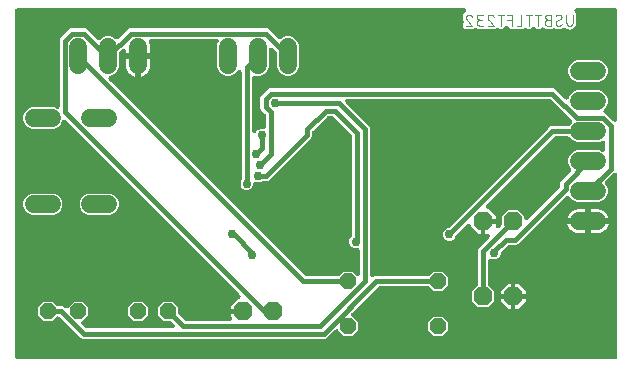
<source format=gbr>
G04 EAGLE Gerber RS-274X export*
G75*
%MOMM*%
%FSLAX34Y34*%
%LPD*%
%INBottom Copper*%
%IPPOS*%
%AMOC8*
5,1,8,0,0,1.08239X$1,22.5*%
G01*
%ADD10C,0.076200*%
%ADD11P,1.732040X8X202.500000*%
%ADD12P,1.732040X8X22.500000*%
%ADD13C,1.524000*%
%ADD14P,1.429621X8X22.500000*%
%ADD15C,1.508000*%
%ADD16C,0.381000*%
%ADD17C,0.756400*%

G36*
X530801Y22868D02*
X530801Y22868D01*
X530868Y22865D01*
X530995Y22887D01*
X531123Y22901D01*
X531186Y22921D01*
X531252Y22932D01*
X531371Y22980D01*
X531494Y23019D01*
X531552Y23051D01*
X531614Y23076D01*
X531721Y23147D01*
X531834Y23210D01*
X531884Y23254D01*
X531940Y23290D01*
X532031Y23381D01*
X532128Y23466D01*
X532168Y23519D01*
X532215Y23566D01*
X532285Y23674D01*
X532363Y23777D01*
X532391Y23837D01*
X532428Y23893D01*
X532475Y24013D01*
X532530Y24129D01*
X532546Y24194D01*
X532570Y24256D01*
X532582Y24342D01*
X532622Y24508D01*
X532627Y24678D01*
X532639Y24765D01*
X532639Y178855D01*
X532636Y178888D01*
X532638Y178921D01*
X532616Y179082D01*
X532599Y179243D01*
X532589Y179274D01*
X532585Y179307D01*
X532530Y179460D01*
X532481Y179614D01*
X532465Y179643D01*
X532454Y179674D01*
X532370Y179812D01*
X532290Y179954D01*
X532268Y179979D01*
X532251Y180007D01*
X532140Y180125D01*
X532034Y180247D01*
X532007Y180267D01*
X531985Y180292D01*
X531852Y180385D01*
X531723Y180483D01*
X531693Y180497D01*
X531666Y180516D01*
X531517Y180580D01*
X531371Y180650D01*
X531339Y180658D01*
X531308Y180671D01*
X531149Y180703D01*
X530992Y180742D01*
X530959Y180743D01*
X530926Y180749D01*
X530764Y180749D01*
X530602Y180754D01*
X530570Y180749D01*
X530536Y180749D01*
X530378Y180715D01*
X530218Y180688D01*
X530188Y180675D01*
X530155Y180669D01*
X530006Y180604D01*
X529856Y180544D01*
X529828Y180526D01*
X529798Y180512D01*
X529731Y180462D01*
X529531Y180330D01*
X529447Y180245D01*
X529389Y180201D01*
X522766Y173579D01*
X522724Y173528D01*
X522676Y173482D01*
X522602Y173377D01*
X522520Y173277D01*
X522490Y173218D01*
X522452Y173163D01*
X522400Y173045D01*
X522341Y172931D01*
X522323Y172867D01*
X522297Y172806D01*
X522271Y172679D01*
X522236Y172555D01*
X522232Y172489D01*
X522218Y172424D01*
X522219Y172295D01*
X522210Y172166D01*
X522219Y172101D01*
X522219Y172034D01*
X522246Y171908D01*
X522263Y171780D01*
X522285Y171718D01*
X522299Y171653D01*
X522351Y171534D01*
X522394Y171413D01*
X522429Y171356D01*
X522455Y171295D01*
X522508Y171226D01*
X522597Y171080D01*
X522713Y170956D01*
X522766Y170886D01*
X523373Y170280D01*
X524765Y166919D01*
X524765Y163281D01*
X523373Y159920D01*
X520800Y157347D01*
X517439Y155955D01*
X498561Y155955D01*
X495200Y157347D01*
X492627Y159920D01*
X492500Y160227D01*
X492477Y160271D01*
X492460Y160318D01*
X492384Y160442D01*
X492315Y160570D01*
X492283Y160608D01*
X492257Y160651D01*
X492158Y160757D01*
X492064Y160868D01*
X492025Y160899D01*
X491991Y160935D01*
X491872Y161019D01*
X491757Y161109D01*
X491713Y161131D01*
X491672Y161160D01*
X491538Y161217D01*
X491408Y161282D01*
X491360Y161295D01*
X491314Y161314D01*
X491172Y161344D01*
X491031Y161380D01*
X490981Y161383D01*
X490932Y161393D01*
X490787Y161393D01*
X490642Y161400D01*
X490592Y161392D01*
X490542Y161392D01*
X490400Y161362D01*
X490256Y161340D01*
X490210Y161322D01*
X490161Y161312D01*
X490028Y161254D01*
X489892Y161203D01*
X489849Y161176D01*
X489804Y161156D01*
X489733Y161102D01*
X489562Y160994D01*
X489459Y160894D01*
X489394Y160845D01*
X448606Y120056D01*
X446972Y119379D01*
X440780Y119379D01*
X440681Y119369D01*
X440582Y119369D01*
X440488Y119349D01*
X440393Y119339D01*
X440298Y119309D01*
X440200Y119289D01*
X440112Y119250D01*
X440021Y119221D01*
X439934Y119172D01*
X439843Y119133D01*
X439785Y119089D01*
X439681Y119030D01*
X439500Y118872D01*
X439434Y118822D01*
X434489Y113877D01*
X434427Y113800D01*
X434356Y113730D01*
X434304Y113649D01*
X434244Y113575D01*
X434198Y113487D01*
X434143Y113403D01*
X434108Y113314D01*
X434064Y113229D01*
X434037Y113133D01*
X434001Y113040D01*
X433991Y112968D01*
X433959Y112853D01*
X433943Y112613D01*
X433932Y112531D01*
X433932Y111657D01*
X433124Y109706D01*
X431631Y108214D01*
X429681Y107406D01*
X427569Y107406D01*
X426179Y107982D01*
X426131Y107996D01*
X426086Y108017D01*
X425945Y108052D01*
X425805Y108093D01*
X425756Y108098D01*
X425707Y108109D01*
X425562Y108114D01*
X425417Y108127D01*
X425367Y108121D01*
X425317Y108122D01*
X425174Y108097D01*
X425030Y108080D01*
X424983Y108064D01*
X424933Y108055D01*
X424798Y108002D01*
X424660Y107955D01*
X424617Y107930D01*
X424571Y107912D01*
X424450Y107832D01*
X424324Y107758D01*
X424287Y107725D01*
X424245Y107697D01*
X424143Y107594D01*
X424035Y107497D01*
X424006Y107457D01*
X423970Y107421D01*
X423891Y107299D01*
X423805Y107182D01*
X423785Y107137D01*
X423757Y107095D01*
X423704Y106960D01*
X423644Y106827D01*
X423633Y106778D01*
X423615Y106732D01*
X423603Y106644D01*
X423559Y106447D01*
X423557Y106304D01*
X423546Y106223D01*
X423546Y86014D01*
X423556Y85915D01*
X423556Y85816D01*
X423576Y85722D01*
X423586Y85627D01*
X423616Y85532D01*
X423636Y85434D01*
X423675Y85347D01*
X423704Y85255D01*
X423753Y85168D01*
X423792Y85077D01*
X423837Y85019D01*
X423895Y84915D01*
X424053Y84734D01*
X424103Y84668D01*
X428626Y80146D01*
X428626Y72254D01*
X423046Y66674D01*
X415154Y66674D01*
X409574Y72254D01*
X409574Y80146D01*
X414097Y84668D01*
X414159Y84745D01*
X414230Y84816D01*
X414282Y84896D01*
X414342Y84970D01*
X414388Y85059D01*
X414443Y85142D01*
X414478Y85231D01*
X414522Y85316D01*
X414549Y85412D01*
X414585Y85505D01*
X414595Y85577D01*
X414627Y85692D01*
X414643Y85932D01*
X414654Y86014D01*
X414654Y115184D01*
X415331Y116818D01*
X424420Y125908D01*
X424441Y125933D01*
X424466Y125955D01*
X424564Y126084D01*
X424666Y126210D01*
X424682Y126239D01*
X424702Y126266D01*
X424771Y126412D01*
X424846Y126556D01*
X424854Y126588D01*
X424869Y126618D01*
X424907Y126775D01*
X424951Y126931D01*
X424953Y126965D01*
X424961Y126997D01*
X424966Y127159D01*
X424977Y127320D01*
X424972Y127353D01*
X424973Y127387D01*
X424946Y127546D01*
X424924Y127706D01*
X424912Y127738D01*
X424907Y127771D01*
X424847Y127921D01*
X424793Y128074D01*
X424775Y128102D01*
X424763Y128133D01*
X424674Y128268D01*
X424590Y128406D01*
X424567Y128431D01*
X424549Y128459D01*
X424434Y128573D01*
X424323Y128691D01*
X424296Y128710D01*
X424273Y128734D01*
X424137Y128822D01*
X424005Y128915D01*
X423974Y128928D01*
X423946Y128947D01*
X423795Y129006D01*
X423647Y129070D01*
X423614Y129077D01*
X423583Y129089D01*
X423501Y129100D01*
X423265Y129149D01*
X423146Y129148D01*
X423074Y129158D01*
X421131Y129158D01*
X421131Y137669D01*
X429642Y137669D01*
X429642Y135726D01*
X429645Y135693D01*
X429643Y135660D01*
X429665Y135499D01*
X429682Y135338D01*
X429692Y135307D01*
X429696Y135274D01*
X429751Y135121D01*
X429800Y134967D01*
X429816Y134938D01*
X429827Y134907D01*
X429911Y134769D01*
X429991Y134627D01*
X430013Y134602D01*
X430030Y134574D01*
X430141Y134456D01*
X430247Y134334D01*
X430274Y134314D01*
X430296Y134289D01*
X430429Y134196D01*
X430558Y134098D01*
X430588Y134084D01*
X430615Y134065D01*
X430764Y134001D01*
X430910Y133931D01*
X430943Y133923D01*
X430973Y133910D01*
X431132Y133878D01*
X431289Y133839D01*
X431322Y133838D01*
X431355Y133832D01*
X431517Y133832D01*
X431679Y133827D01*
X431711Y133832D01*
X431745Y133832D01*
X431903Y133866D01*
X432063Y133893D01*
X432094Y133906D01*
X432126Y133912D01*
X432274Y133977D01*
X432425Y134037D01*
X432453Y134055D01*
X432483Y134069D01*
X432550Y134119D01*
X432751Y134251D01*
X432834Y134336D01*
X432892Y134380D01*
X434417Y135904D01*
X434479Y135981D01*
X434550Y136051D01*
X434602Y136132D01*
X434662Y136206D01*
X434708Y136294D01*
X434763Y136378D01*
X434798Y136467D01*
X434842Y136552D01*
X434869Y136648D01*
X434905Y136741D01*
X434915Y136813D01*
X434947Y136928D01*
X434963Y137168D01*
X434974Y137250D01*
X434974Y143646D01*
X440554Y149226D01*
X448446Y149226D01*
X454026Y143646D01*
X454026Y142648D01*
X454029Y142615D01*
X454027Y142581D01*
X454049Y142421D01*
X454066Y142260D01*
X454076Y142228D01*
X454080Y142195D01*
X454135Y142043D01*
X454184Y141888D01*
X454200Y141859D01*
X454211Y141828D01*
X454295Y141690D01*
X454375Y141549D01*
X454397Y141524D01*
X454414Y141495D01*
X454525Y141377D01*
X454631Y141255D01*
X454658Y141235D01*
X454680Y141211D01*
X454813Y141117D01*
X454942Y141020D01*
X454972Y141006D01*
X454999Y140986D01*
X455148Y140922D01*
X455294Y140853D01*
X455326Y140845D01*
X455357Y140832D01*
X455516Y140799D01*
X455673Y140761D01*
X455706Y140760D01*
X455739Y140753D01*
X455901Y140753D01*
X456063Y140748D01*
X456095Y140754D01*
X456129Y140754D01*
X456287Y140787D01*
X456447Y140815D01*
X456477Y140827D01*
X456510Y140834D01*
X456659Y140899D01*
X456809Y140958D01*
X456837Y140977D01*
X456867Y140990D01*
X456934Y141041D01*
X457134Y141173D01*
X457218Y141257D01*
X457276Y141301D01*
X483947Y167971D01*
X484009Y168048D01*
X484080Y168119D01*
X484132Y168199D01*
X484192Y168274D01*
X484238Y168362D01*
X484293Y168445D01*
X484328Y168535D01*
X484372Y168620D01*
X484399Y168716D01*
X484435Y168808D01*
X484445Y168881D01*
X484477Y168995D01*
X484493Y169235D01*
X484504Y169318D01*
X484504Y172334D01*
X485181Y173968D01*
X493234Y182021D01*
X493276Y182072D01*
X493324Y182118D01*
X493398Y182223D01*
X493480Y182323D01*
X493510Y182382D01*
X493548Y182437D01*
X493600Y182555D01*
X493659Y182669D01*
X493677Y182733D01*
X493703Y182794D01*
X493729Y182921D01*
X493764Y183045D01*
X493768Y183111D01*
X493782Y183176D01*
X493781Y183305D01*
X493790Y183434D01*
X493781Y183499D01*
X493781Y183566D01*
X493754Y183692D01*
X493737Y183820D01*
X493715Y183882D01*
X493701Y183947D01*
X493649Y184066D01*
X493606Y184187D01*
X493571Y184244D01*
X493545Y184305D01*
X493492Y184374D01*
X493403Y184520D01*
X493287Y184644D01*
X493234Y184714D01*
X492627Y185320D01*
X491235Y188681D01*
X491235Y192319D01*
X492627Y195680D01*
X495200Y198253D01*
X498561Y199645D01*
X517439Y199645D01*
X519971Y198596D01*
X520019Y198582D01*
X520064Y198560D01*
X520205Y198526D01*
X520345Y198484D01*
X520394Y198480D01*
X520443Y198468D01*
X520588Y198464D01*
X520733Y198451D01*
X520783Y198457D01*
X520833Y198456D01*
X520976Y198480D01*
X521120Y198498D01*
X521167Y198514D01*
X521217Y198522D01*
X521352Y198576D01*
X521490Y198622D01*
X521533Y198648D01*
X521579Y198666D01*
X521700Y198746D01*
X521826Y198819D01*
X521863Y198853D01*
X521905Y198880D01*
X522007Y198983D01*
X522115Y199081D01*
X522144Y199121D01*
X522180Y199156D01*
X522259Y199278D01*
X522345Y199396D01*
X522365Y199441D01*
X522393Y199483D01*
X522446Y199618D01*
X522506Y199751D01*
X522517Y199799D01*
X522535Y199846D01*
X522547Y199934D01*
X522591Y200131D01*
X522593Y200274D01*
X522604Y200355D01*
X522604Y206045D01*
X522599Y206094D01*
X522602Y206144D01*
X522579Y206288D01*
X522564Y206433D01*
X522549Y206480D01*
X522542Y206529D01*
X522490Y206666D01*
X522446Y206804D01*
X522422Y206848D01*
X522404Y206894D01*
X522327Y207017D01*
X522255Y207144D01*
X522222Y207181D01*
X522196Y207223D01*
X522094Y207328D01*
X521999Y207437D01*
X521959Y207468D01*
X521924Y207503D01*
X521804Y207585D01*
X521688Y207673D01*
X521643Y207694D01*
X521602Y207722D01*
X521467Y207778D01*
X521336Y207840D01*
X521287Y207852D01*
X521241Y207871D01*
X521098Y207897D01*
X520957Y207932D01*
X520907Y207933D01*
X520858Y207943D01*
X520713Y207940D01*
X520567Y207944D01*
X520518Y207936D01*
X520468Y207935D01*
X520382Y207912D01*
X520183Y207878D01*
X520050Y207825D01*
X519971Y207804D01*
X517439Y206755D01*
X498561Y206755D01*
X495200Y208147D01*
X492451Y210897D01*
X492374Y210959D01*
X492303Y211030D01*
X492223Y211082D01*
X492148Y211142D01*
X492060Y211188D01*
X491977Y211243D01*
X491887Y211278D01*
X491802Y211322D01*
X491706Y211349D01*
X491614Y211385D01*
X491541Y211395D01*
X491427Y211427D01*
X491187Y211443D01*
X491104Y211454D01*
X480468Y211454D01*
X480369Y211444D01*
X480269Y211444D01*
X480175Y211424D01*
X480080Y211414D01*
X479985Y211384D01*
X479888Y211364D01*
X479800Y211325D01*
X479708Y211296D01*
X479622Y211247D01*
X479530Y211208D01*
X479472Y211163D01*
X479369Y211105D01*
X479187Y210947D01*
X479121Y210897D01*
X421717Y153492D01*
X421696Y153467D01*
X421671Y153445D01*
X421573Y153315D01*
X421471Y153190D01*
X421456Y153161D01*
X421436Y153134D01*
X421366Y152987D01*
X421292Y152844D01*
X421283Y152812D01*
X421269Y152782D01*
X421231Y152624D01*
X421187Y152469D01*
X421185Y152435D01*
X421177Y152403D01*
X421172Y152241D01*
X421161Y152080D01*
X421165Y152047D01*
X421164Y152013D01*
X421192Y151854D01*
X421214Y151694D01*
X421225Y151662D01*
X421231Y151629D01*
X421291Y151478D01*
X421345Y151326D01*
X421362Y151298D01*
X421374Y151267D01*
X421464Y151131D01*
X421548Y150994D01*
X421570Y150969D01*
X421589Y150941D01*
X421703Y150827D01*
X421814Y150709D01*
X421841Y150690D01*
X421865Y150666D01*
X422001Y150578D01*
X422133Y150485D01*
X422163Y150471D01*
X422191Y150453D01*
X422343Y150394D01*
X422491Y150330D01*
X422523Y150323D01*
X422554Y150311D01*
X422637Y150300D01*
X422872Y150251D01*
X422991Y150252D01*
X423064Y150242D01*
X423467Y150242D01*
X429642Y144067D01*
X429642Y141731D01*
X419227Y141731D01*
X419161Y141724D01*
X419095Y141727D01*
X418968Y141705D01*
X418839Y141691D01*
X418776Y141671D01*
X418711Y141660D01*
X418591Y141612D01*
X418468Y141573D01*
X418410Y141541D01*
X418348Y141516D01*
X418241Y141445D01*
X418128Y141382D01*
X418078Y141338D01*
X418023Y141302D01*
X417932Y141211D01*
X417835Y141126D01*
X417795Y141073D01*
X417771Y141050D01*
X417768Y141048D01*
X417677Y140956D01*
X417580Y140872D01*
X417540Y140819D01*
X417493Y140772D01*
X417423Y140664D01*
X417345Y140561D01*
X417317Y140501D01*
X417280Y140445D01*
X417233Y140325D01*
X417178Y140209D01*
X417162Y140144D01*
X417138Y140082D01*
X417126Y139995D01*
X417086Y139830D01*
X417081Y139660D01*
X417069Y139573D01*
X417069Y129158D01*
X414733Y129158D01*
X408558Y135333D01*
X408558Y135736D01*
X408555Y135769D01*
X408557Y135803D01*
X408535Y135963D01*
X408518Y136124D01*
X408508Y136156D01*
X408504Y136189D01*
X408449Y136341D01*
X408400Y136496D01*
X408384Y136525D01*
X408373Y136556D01*
X408289Y136694D01*
X408209Y136835D01*
X408187Y136860D01*
X408170Y136889D01*
X408059Y137007D01*
X407953Y137129D01*
X407926Y137149D01*
X407904Y137173D01*
X407771Y137267D01*
X407642Y137364D01*
X407612Y137378D01*
X407585Y137398D01*
X407436Y137462D01*
X407290Y137531D01*
X407258Y137539D01*
X407227Y137552D01*
X407068Y137585D01*
X406911Y137623D01*
X406878Y137624D01*
X406845Y137631D01*
X406683Y137631D01*
X406521Y137636D01*
X406489Y137630D01*
X406455Y137630D01*
X406297Y137597D01*
X406137Y137569D01*
X406107Y137557D01*
X406074Y137550D01*
X405925Y137485D01*
X405775Y137426D01*
X405747Y137407D01*
X405717Y137394D01*
X405650Y137343D01*
X405450Y137211D01*
X405366Y137127D01*
X405308Y137083D01*
X396153Y127928D01*
X396079Y127838D01*
X395999Y127754D01*
X395967Y127700D01*
X395907Y127626D01*
X395771Y127364D01*
X395740Y127310D01*
X395024Y125581D01*
X393531Y124089D01*
X391581Y123281D01*
X389469Y123281D01*
X387519Y124089D01*
X386026Y125581D01*
X385218Y127532D01*
X385218Y129643D01*
X386026Y131594D01*
X387519Y133086D01*
X389248Y133802D01*
X389350Y133858D01*
X389456Y133904D01*
X389506Y133942D01*
X389591Y133988D01*
X389817Y134178D01*
X389865Y134215D01*
X473801Y218150D01*
X473801Y218151D01*
X475319Y219669D01*
X476953Y220346D01*
X491104Y220346D01*
X491203Y220356D01*
X491303Y220356D01*
X491397Y220376D01*
X491492Y220386D01*
X491587Y220416D01*
X491684Y220436D01*
X491772Y220475D01*
X491864Y220504D01*
X491950Y220552D01*
X492042Y220592D01*
X492100Y220637D01*
X492203Y220695D01*
X492384Y220853D01*
X492451Y220903D01*
X494027Y222480D01*
X494069Y222531D01*
X494118Y222577D01*
X494192Y222682D01*
X494273Y222782D01*
X494304Y222841D01*
X494342Y222896D01*
X494393Y223014D01*
X494453Y223128D01*
X494470Y223193D01*
X494497Y223253D01*
X494523Y223380D01*
X494558Y223504D01*
X494562Y223570D01*
X494575Y223635D01*
X494575Y223764D01*
X494584Y223893D01*
X494575Y223958D01*
X494575Y224025D01*
X494548Y224151D01*
X494531Y224279D01*
X494508Y224341D01*
X494495Y224407D01*
X494443Y224525D01*
X494400Y224646D01*
X494365Y224703D01*
X494338Y224764D01*
X494285Y224833D01*
X494197Y224979D01*
X494080Y225103D01*
X494027Y225173D01*
X476554Y242647D01*
X476477Y242709D01*
X476406Y242780D01*
X476326Y242832D01*
X476251Y242892D01*
X476163Y242938D01*
X476080Y242993D01*
X475990Y243028D01*
X475905Y243072D01*
X475809Y243099D01*
X475717Y243135D01*
X475644Y243145D01*
X475530Y243177D01*
X475290Y243193D01*
X475207Y243204D01*
X304255Y243204D01*
X304222Y243201D01*
X304189Y243203D01*
X304028Y243181D01*
X303867Y243164D01*
X303836Y243154D01*
X303803Y243150D01*
X303650Y243095D01*
X303496Y243046D01*
X303467Y243030D01*
X303436Y243019D01*
X303297Y242935D01*
X303156Y242855D01*
X303131Y242833D01*
X303103Y242816D01*
X302984Y242705D01*
X302863Y242599D01*
X302843Y242572D01*
X302818Y242550D01*
X302725Y242417D01*
X302627Y242288D01*
X302613Y242258D01*
X302594Y242231D01*
X302530Y242082D01*
X302460Y241936D01*
X302452Y241904D01*
X302439Y241873D01*
X302407Y241714D01*
X302368Y241557D01*
X302367Y241524D01*
X302361Y241491D01*
X302361Y241329D01*
X302356Y241167D01*
X302361Y241135D01*
X302361Y241101D01*
X302395Y240943D01*
X302422Y240783D01*
X302435Y240753D01*
X302441Y240720D01*
X302506Y240571D01*
X302566Y240421D01*
X302584Y240393D01*
X302598Y240363D01*
X302648Y240296D01*
X302780Y240096D01*
X302865Y240012D01*
X302909Y239954D01*
X321338Y221524D01*
X322856Y220006D01*
X323533Y218372D01*
X323533Y94458D01*
X323538Y94408D01*
X323536Y94359D01*
X323558Y94215D01*
X323573Y94070D01*
X323588Y94023D01*
X323596Y93973D01*
X323647Y93837D01*
X323691Y93699D01*
X323716Y93655D01*
X323733Y93609D01*
X323811Y93486D01*
X323882Y93359D01*
X323915Y93321D01*
X323942Y93279D01*
X324043Y93175D01*
X324139Y93065D01*
X324178Y93035D01*
X324213Y93000D01*
X324333Y92918D01*
X324449Y92830D01*
X324495Y92809D01*
X324536Y92781D01*
X324670Y92725D01*
X324802Y92663D01*
X324850Y92651D01*
X324896Y92632D01*
X325039Y92605D01*
X325180Y92571D01*
X325230Y92570D01*
X325279Y92560D01*
X325425Y92563D01*
X325570Y92558D01*
X325619Y92567D01*
X325669Y92568D01*
X325756Y92591D01*
X325954Y92625D01*
X326087Y92678D01*
X326166Y92699D01*
X327728Y93346D01*
X373161Y93346D01*
X373260Y93356D01*
X373360Y93356D01*
X373454Y93376D01*
X373549Y93386D01*
X373644Y93416D01*
X373741Y93436D01*
X373829Y93475D01*
X373920Y93504D01*
X374007Y93553D01*
X374098Y93592D01*
X374157Y93637D01*
X374260Y93695D01*
X374441Y93853D01*
X374508Y93903D01*
X377633Y97029D01*
X384367Y97029D01*
X389129Y92267D01*
X389129Y85533D01*
X384367Y80771D01*
X377633Y80771D01*
X374508Y83897D01*
X374431Y83959D01*
X374360Y84030D01*
X374280Y84082D01*
X374205Y84142D01*
X374117Y84188D01*
X374034Y84243D01*
X373944Y84278D01*
X373859Y84322D01*
X373763Y84349D01*
X373671Y84385D01*
X373598Y84395D01*
X373484Y84427D01*
X373244Y84443D01*
X373161Y84454D01*
X331243Y84454D01*
X331144Y84444D01*
X331044Y84444D01*
X330950Y84424D01*
X330855Y84414D01*
X330760Y84384D01*
X330663Y84364D01*
X330575Y84325D01*
X330483Y84296D01*
X330397Y84247D01*
X330305Y84208D01*
X330247Y84163D01*
X330144Y84105D01*
X329962Y83947D01*
X329896Y83897D01*
X307894Y61895D01*
X307852Y61843D01*
X307804Y61798D01*
X307729Y61692D01*
X307648Y61592D01*
X307618Y61533D01*
X307579Y61479D01*
X307528Y61360D01*
X307469Y61246D01*
X307451Y61182D01*
X307425Y61121D01*
X307399Y60995D01*
X307364Y60871D01*
X307360Y60804D01*
X307346Y60739D01*
X307346Y60610D01*
X307338Y60482D01*
X307347Y60416D01*
X307347Y60349D01*
X307373Y60223D01*
X307391Y60096D01*
X307413Y60033D01*
X307427Y59968D01*
X307479Y59850D01*
X307522Y59728D01*
X307556Y59672D01*
X307583Y59611D01*
X307636Y59541D01*
X307725Y59396D01*
X307841Y59271D01*
X307894Y59202D01*
X312929Y54167D01*
X312929Y47433D01*
X308167Y42671D01*
X301433Y42671D01*
X296398Y47706D01*
X296347Y47748D01*
X296302Y47796D01*
X296196Y47871D01*
X296096Y47952D01*
X296037Y47982D01*
X295983Y48021D01*
X295865Y48072D01*
X295750Y48131D01*
X295686Y48149D01*
X295625Y48175D01*
X295499Y48201D01*
X295375Y48236D01*
X295308Y48240D01*
X295243Y48254D01*
X295114Y48254D01*
X294986Y48262D01*
X294920Y48253D01*
X294853Y48253D01*
X294727Y48227D01*
X294600Y48209D01*
X294537Y48187D01*
X294472Y48173D01*
X294354Y48121D01*
X294232Y48078D01*
X294176Y48044D01*
X294115Y48017D01*
X294045Y47964D01*
X293900Y47875D01*
X293775Y47759D01*
X293705Y47706D01*
X288199Y42200D01*
X288199Y42199D01*
X286681Y40681D01*
X285047Y40004D01*
X80078Y40004D01*
X78444Y40681D01*
X60629Y58497D01*
X60552Y58559D01*
X60481Y58630D01*
X60401Y58682D01*
X60326Y58742D01*
X60238Y58788D01*
X60155Y58843D01*
X60065Y58878D01*
X59980Y58922D01*
X59884Y58949D01*
X59792Y58985D01*
X59719Y58995D01*
X59605Y59027D01*
X59365Y59043D01*
X59282Y59054D01*
X58639Y59054D01*
X58540Y59044D01*
X58440Y59044D01*
X58346Y59024D01*
X58251Y59014D01*
X58156Y58984D01*
X58059Y58964D01*
X57971Y58925D01*
X57880Y58896D01*
X57793Y58847D01*
X57702Y58808D01*
X57643Y58763D01*
X57540Y58705D01*
X57359Y58547D01*
X57292Y58497D01*
X54167Y55371D01*
X47433Y55371D01*
X42671Y60133D01*
X42671Y66867D01*
X47433Y71629D01*
X54167Y71629D01*
X57292Y68503D01*
X57369Y68441D01*
X57440Y68370D01*
X57520Y68318D01*
X57595Y68258D01*
X57683Y68212D01*
X57766Y68157D01*
X57856Y68122D01*
X57941Y68078D01*
X58037Y68051D01*
X58129Y68015D01*
X58202Y68005D01*
X58316Y67973D01*
X58556Y67957D01*
X58639Y67946D01*
X62797Y67946D01*
X64431Y67269D01*
X65105Y66594D01*
X65157Y66552D01*
X65202Y66504D01*
X65308Y66430D01*
X65408Y66348D01*
X65467Y66318D01*
X65521Y66279D01*
X65640Y66228D01*
X65754Y66169D01*
X65818Y66151D01*
X65879Y66125D01*
X66005Y66099D01*
X66129Y66064D01*
X66196Y66060D01*
X66261Y66046D01*
X66390Y66046D01*
X66518Y66038D01*
X66584Y66047D01*
X66651Y66047D01*
X66777Y66073D01*
X66904Y66091D01*
X66967Y66113D01*
X67032Y66127D01*
X67150Y66179D01*
X67272Y66222D01*
X67328Y66257D01*
X67389Y66283D01*
X67459Y66336D01*
X67604Y66425D01*
X67729Y66541D01*
X67798Y66594D01*
X72833Y71629D01*
X79567Y71629D01*
X84329Y66867D01*
X84329Y60133D01*
X79294Y55098D01*
X79252Y55047D01*
X79204Y55002D01*
X79130Y54896D01*
X79048Y54796D01*
X79018Y54737D01*
X78979Y54683D01*
X78928Y54564D01*
X78869Y54450D01*
X78851Y54386D01*
X78825Y54325D01*
X78799Y54199D01*
X78764Y54075D01*
X78760Y54008D01*
X78746Y53943D01*
X78746Y53814D01*
X78738Y53686D01*
X78747Y53620D01*
X78747Y53553D01*
X78773Y53427D01*
X78791Y53300D01*
X78813Y53237D01*
X78827Y53172D01*
X78879Y53054D01*
X78922Y52932D01*
X78957Y52876D01*
X78983Y52815D01*
X79036Y52745D01*
X79125Y52600D01*
X79241Y52475D01*
X79294Y52405D01*
X82246Y49453D01*
X82323Y49391D01*
X82394Y49320D01*
X82474Y49268D01*
X82549Y49208D01*
X82637Y49162D01*
X82720Y49107D01*
X82810Y49072D01*
X82895Y49028D01*
X82991Y49001D01*
X83083Y48965D01*
X83156Y48955D01*
X83270Y48923D01*
X83510Y48907D01*
X83593Y48896D01*
X156120Y48896D01*
X156153Y48899D01*
X156186Y48897D01*
X156347Y48919D01*
X156508Y48936D01*
X156539Y48946D01*
X156572Y48950D01*
X156725Y49005D01*
X156879Y49054D01*
X156908Y49070D01*
X156939Y49081D01*
X157078Y49165D01*
X157219Y49245D01*
X157244Y49267D01*
X157272Y49284D01*
X157391Y49395D01*
X157512Y49501D01*
X157532Y49528D01*
X157557Y49550D01*
X157650Y49683D01*
X157748Y49812D01*
X157762Y49842D01*
X157781Y49869D01*
X157845Y50018D01*
X157915Y50164D01*
X157923Y50196D01*
X157936Y50227D01*
X157968Y50386D01*
X158007Y50543D01*
X158008Y50576D01*
X158014Y50609D01*
X158014Y50771D01*
X158019Y50933D01*
X158014Y50965D01*
X158014Y50999D01*
X157980Y51157D01*
X157953Y51317D01*
X157940Y51347D01*
X157934Y51380D01*
X157869Y51529D01*
X157809Y51679D01*
X157791Y51707D01*
X157777Y51737D01*
X157727Y51804D01*
X157595Y52004D01*
X157511Y52088D01*
X157466Y52147D01*
X154799Y54814D01*
X154722Y54876D01*
X154651Y54947D01*
X154571Y54999D01*
X154497Y55059D01*
X154409Y55105D01*
X154325Y55160D01*
X154236Y55195D01*
X154151Y55239D01*
X154055Y55266D01*
X153962Y55302D01*
X153890Y55312D01*
X153775Y55344D01*
X153535Y55360D01*
X153453Y55371D01*
X149033Y55371D01*
X144271Y60133D01*
X144271Y66867D01*
X149033Y71629D01*
X155767Y71629D01*
X160529Y66867D01*
X160529Y62447D01*
X160539Y62348D01*
X160539Y62249D01*
X160559Y62155D01*
X160569Y62060D01*
X160599Y61965D01*
X160619Y61867D01*
X160658Y61779D01*
X160687Y61688D01*
X160736Y61601D01*
X160775Y61510D01*
X160820Y61452D01*
X160878Y61348D01*
X161036Y61167D01*
X161086Y61101D01*
X166384Y55803D01*
X166461Y55741D01*
X166532Y55670D01*
X166612Y55618D01*
X166686Y55558D01*
X166774Y55512D01*
X166858Y55457D01*
X166947Y55422D01*
X167032Y55378D01*
X167128Y55351D01*
X167221Y55315D01*
X167293Y55305D01*
X167408Y55273D01*
X167648Y55257D01*
X167730Y55246D01*
X204649Y55246D01*
X204682Y55249D01*
X204715Y55247D01*
X204876Y55269D01*
X205037Y55286D01*
X205068Y55296D01*
X205101Y55300D01*
X205254Y55355D01*
X205408Y55404D01*
X205437Y55420D01*
X205468Y55431D01*
X205607Y55516D01*
X205748Y55595D01*
X205773Y55617D01*
X205801Y55634D01*
X205919Y55745D01*
X206041Y55851D01*
X206061Y55878D01*
X206086Y55900D01*
X206179Y56033D01*
X206277Y56162D01*
X206291Y56192D01*
X206310Y56219D01*
X206374Y56368D01*
X206444Y56514D01*
X206452Y56546D01*
X206465Y56577D01*
X206497Y56736D01*
X206536Y56893D01*
X206537Y56926D01*
X206543Y56959D01*
X206543Y57121D01*
X206548Y57283D01*
X206543Y57315D01*
X206543Y57349D01*
X206509Y57507D01*
X206482Y57667D01*
X206469Y57697D01*
X206463Y57730D01*
X206397Y57879D01*
X206338Y58029D01*
X206320Y58057D01*
X206306Y58087D01*
X206256Y58154D01*
X206124Y58354D01*
X206039Y58438D01*
X205995Y58497D01*
X205358Y59133D01*
X205358Y61469D01*
X215773Y61469D01*
X215839Y61476D01*
X215905Y61473D01*
X216032Y61495D01*
X216161Y61509D01*
X216224Y61529D01*
X216289Y61540D01*
X216409Y61588D01*
X216532Y61627D01*
X216590Y61659D01*
X216652Y61684D01*
X216759Y61754D01*
X216872Y61818D01*
X216922Y61862D01*
X216977Y61898D01*
X217068Y61989D01*
X217165Y62074D01*
X217205Y62127D01*
X217252Y62174D01*
X217323Y62282D01*
X217401Y62385D01*
X217429Y62445D01*
X217465Y62501D01*
X217513Y62621D01*
X217568Y62737D01*
X217583Y62802D01*
X217608Y62864D01*
X217619Y62950D01*
X217660Y63116D01*
X217665Y63286D01*
X217677Y63373D01*
X217677Y63627D01*
X217670Y63693D01*
X217672Y63760D01*
X217650Y63887D01*
X217637Y64015D01*
X217617Y64078D01*
X217606Y64144D01*
X217558Y64263D01*
X217519Y64386D01*
X217486Y64444D01*
X217462Y64506D01*
X217391Y64613D01*
X217328Y64726D01*
X217284Y64776D01*
X217248Y64832D01*
X217156Y64923D01*
X217072Y65020D01*
X217019Y65060D01*
X216972Y65107D01*
X216864Y65177D01*
X216761Y65255D01*
X216701Y65283D01*
X216645Y65320D01*
X216525Y65367D01*
X216409Y65422D01*
X216344Y65438D01*
X216282Y65462D01*
X216195Y65474D01*
X216030Y65514D01*
X215860Y65519D01*
X215773Y65531D01*
X205358Y65531D01*
X205358Y67867D01*
X211533Y74042D01*
X211936Y74042D01*
X211969Y74045D01*
X212003Y74043D01*
X212163Y74065D01*
X212324Y74082D01*
X212356Y74092D01*
X212389Y74096D01*
X212541Y74151D01*
X212696Y74200D01*
X212725Y74216D01*
X212756Y74227D01*
X212894Y74311D01*
X213035Y74391D01*
X213060Y74413D01*
X213089Y74430D01*
X213207Y74541D01*
X213329Y74647D01*
X213349Y74674D01*
X213373Y74696D01*
X213467Y74829D01*
X213564Y74958D01*
X213578Y74988D01*
X213598Y75015D01*
X213662Y75164D01*
X213731Y75310D01*
X213739Y75342D01*
X213752Y75373D01*
X213785Y75532D01*
X213823Y75689D01*
X213824Y75722D01*
X213831Y75755D01*
X213831Y75917D01*
X213836Y76079D01*
X213830Y76111D01*
X213830Y76145D01*
X213797Y76303D01*
X213769Y76463D01*
X213757Y76493D01*
X213750Y76526D01*
X213685Y76675D01*
X213626Y76825D01*
X213607Y76853D01*
X213594Y76883D01*
X213543Y76950D01*
X213411Y77150D01*
X213327Y77234D01*
X213283Y77292D01*
X65574Y225002D01*
X65535Y225033D01*
X65502Y225070D01*
X65384Y225156D01*
X65271Y225248D01*
X65227Y225270D01*
X65187Y225300D01*
X65054Y225360D01*
X64925Y225427D01*
X64877Y225440D01*
X64832Y225461D01*
X64690Y225493D01*
X64550Y225532D01*
X64500Y225535D01*
X64451Y225546D01*
X64306Y225548D01*
X64161Y225558D01*
X64111Y225551D01*
X64062Y225552D01*
X63919Y225525D01*
X63775Y225505D01*
X63728Y225488D01*
X63679Y225479D01*
X63545Y225423D01*
X63408Y225374D01*
X63365Y225348D01*
X63319Y225329D01*
X63199Y225247D01*
X63075Y225171D01*
X63038Y225137D01*
X62997Y225109D01*
X62897Y225004D01*
X62790Y224905D01*
X62761Y224864D01*
X62727Y224828D01*
X62682Y224751D01*
X62566Y224586D01*
X62509Y224454D01*
X62468Y224384D01*
X61425Y221865D01*
X58875Y219315D01*
X55543Y217935D01*
X36857Y217935D01*
X33525Y219315D01*
X30975Y221865D01*
X29595Y225197D01*
X29595Y228803D01*
X30975Y232135D01*
X33525Y234685D01*
X36857Y236065D01*
X55543Y236065D01*
X58009Y235043D01*
X58057Y235029D01*
X58102Y235008D01*
X58243Y234973D01*
X58382Y234932D01*
X58432Y234928D01*
X58480Y234916D01*
X58626Y234911D01*
X58771Y234899D01*
X58820Y234905D01*
X58870Y234903D01*
X59013Y234928D01*
X59158Y234945D01*
X59205Y234961D01*
X59254Y234970D01*
X59389Y235023D01*
X59527Y235070D01*
X59570Y235095D01*
X59616Y235113D01*
X59737Y235193D01*
X59863Y235267D01*
X59900Y235300D01*
X59942Y235328D01*
X60045Y235431D01*
X60152Y235528D01*
X60182Y235569D01*
X60217Y235604D01*
X60297Y235726D01*
X60382Y235843D01*
X60403Y235889D01*
X60430Y235930D01*
X60483Y236066D01*
X60543Y236198D01*
X60554Y236247D01*
X60572Y236293D01*
X60584Y236382D01*
X60629Y236578D01*
X60631Y236722D01*
X60642Y236803D01*
X60642Y292984D01*
X61319Y294618D01*
X68919Y302219D01*
X70553Y302896D01*
X81847Y302896D01*
X83481Y302219D01*
X92327Y293373D01*
X92379Y293331D01*
X92424Y293282D01*
X92529Y293208D01*
X92629Y293127D01*
X92688Y293096D01*
X92743Y293058D01*
X92861Y293007D01*
X92976Y292947D01*
X93040Y292930D01*
X93101Y292903D01*
X93227Y292877D01*
X93351Y292842D01*
X93417Y292838D01*
X93482Y292825D01*
X93611Y292825D01*
X93740Y292816D01*
X93806Y292825D01*
X93872Y292825D01*
X93998Y292852D01*
X94126Y292869D01*
X94189Y292892D01*
X94254Y292905D01*
X94372Y292957D01*
X94493Y293000D01*
X94550Y293035D01*
X94611Y293062D01*
X94681Y293115D01*
X94826Y293203D01*
X94950Y293320D01*
X95020Y293373D01*
X96420Y294773D01*
X99781Y296165D01*
X103419Y296165D01*
X106780Y294773D01*
X107386Y294166D01*
X107438Y294125D01*
X107483Y294076D01*
X107589Y294002D01*
X107689Y293920D01*
X107748Y293890D01*
X107802Y293852D01*
X107920Y293801D01*
X108035Y293741D01*
X108099Y293723D01*
X108160Y293697D01*
X108286Y293671D01*
X108410Y293636D01*
X108476Y293632D01*
X108542Y293618D01*
X108670Y293619D01*
X108799Y293610D01*
X108865Y293619D01*
X108931Y293619D01*
X109058Y293646D01*
X109185Y293663D01*
X109248Y293686D01*
X109313Y293699D01*
X109431Y293751D01*
X109552Y293794D01*
X109609Y293829D01*
X109670Y293855D01*
X109740Y293908D01*
X109885Y293997D01*
X110010Y294113D01*
X110079Y294166D01*
X116613Y300700D01*
X118132Y302219D01*
X119766Y302896D01*
X235834Y302896D01*
X237468Y302219D01*
X245521Y294166D01*
X245572Y294124D01*
X245618Y294076D01*
X245723Y294002D01*
X245823Y293920D01*
X245882Y293890D01*
X245937Y293852D01*
X246055Y293800D01*
X246169Y293741D01*
X246233Y293723D01*
X246294Y293697D01*
X246421Y293671D01*
X246545Y293636D01*
X246611Y293632D01*
X246676Y293618D01*
X246805Y293619D01*
X246934Y293610D01*
X246999Y293619D01*
X247066Y293619D01*
X247192Y293646D01*
X247320Y293663D01*
X247382Y293685D01*
X247447Y293699D01*
X247566Y293751D01*
X247687Y293794D01*
X247744Y293829D01*
X247805Y293855D01*
X247874Y293908D01*
X248020Y293997D01*
X248144Y294113D01*
X248214Y294166D01*
X248820Y294773D01*
X252181Y296165D01*
X255819Y296165D01*
X259180Y294773D01*
X261753Y292200D01*
X263145Y288839D01*
X263145Y269961D01*
X261753Y266600D01*
X259180Y264027D01*
X255819Y262635D01*
X252181Y262635D01*
X248820Y264027D01*
X246247Y266600D01*
X244855Y269961D01*
X244855Y281469D01*
X244845Y281568D01*
X244845Y281667D01*
X244825Y281761D01*
X244815Y281856D01*
X244785Y281951D01*
X244765Y282049D01*
X244726Y282137D01*
X244697Y282228D01*
X244648Y282315D01*
X244609Y282406D01*
X244565Y282464D01*
X244506Y282568D01*
X244348Y282749D01*
X244298Y282815D01*
X240995Y286117D01*
X240970Y286138D01*
X240948Y286163D01*
X240819Y286261D01*
X240693Y286363D01*
X240664Y286379D01*
X240637Y286399D01*
X240491Y286468D01*
X240347Y286543D01*
X240315Y286551D01*
X240285Y286566D01*
X240128Y286604D01*
X239972Y286648D01*
X239938Y286650D01*
X239906Y286658D01*
X239744Y286663D01*
X239583Y286674D01*
X239550Y286669D01*
X239516Y286670D01*
X239357Y286643D01*
X239197Y286621D01*
X239165Y286609D01*
X239132Y286604D01*
X238982Y286544D01*
X238829Y286490D01*
X238801Y286472D01*
X238770Y286460D01*
X238635Y286371D01*
X238497Y286287D01*
X238472Y286264D01*
X238444Y286246D01*
X238330Y286131D01*
X238212Y286020D01*
X238193Y285993D01*
X238169Y285970D01*
X238081Y285834D01*
X237988Y285702D01*
X237975Y285671D01*
X237956Y285643D01*
X237897Y285492D01*
X237833Y285344D01*
X237826Y285311D01*
X237814Y285280D01*
X237803Y285198D01*
X237754Y284962D01*
X237755Y284843D01*
X237745Y284771D01*
X237745Y269961D01*
X236353Y266600D01*
X233780Y264027D01*
X230419Y262635D01*
X226781Y262635D01*
X226154Y262895D01*
X226106Y262909D01*
X226061Y262931D01*
X225920Y262965D01*
X225780Y263007D01*
X225730Y263011D01*
X225682Y263023D01*
X225537Y263027D01*
X225392Y263040D01*
X225342Y263034D01*
X225292Y263035D01*
X225149Y263011D01*
X225005Y262993D01*
X224958Y262977D01*
X224908Y262969D01*
X224773Y262915D01*
X224635Y262869D01*
X224592Y262843D01*
X224546Y262825D01*
X224425Y262745D01*
X224299Y262672D01*
X224262Y262638D01*
X224220Y262611D01*
X224118Y262508D01*
X224010Y262410D01*
X223981Y262370D01*
X223945Y262335D01*
X223866Y262213D01*
X223780Y262095D01*
X223760Y262050D01*
X223732Y262008D01*
X223679Y261873D01*
X223619Y261740D01*
X223608Y261692D01*
X223590Y261645D01*
X223578Y261557D01*
X223534Y261360D01*
X223532Y261217D01*
X223521Y261136D01*
X223521Y216238D01*
X223522Y216221D01*
X223521Y216205D01*
X223542Y216027D01*
X223561Y215850D01*
X223566Y215834D01*
X223568Y215818D01*
X223625Y215648D01*
X223679Y215479D01*
X223687Y215464D01*
X223692Y215448D01*
X223782Y215294D01*
X223870Y215139D01*
X223881Y215126D01*
X223889Y215112D01*
X224009Y214979D01*
X224126Y214845D01*
X224139Y214835D01*
X224151Y214823D01*
X224295Y214718D01*
X224437Y214610D01*
X224452Y214603D01*
X224465Y214593D01*
X224628Y214519D01*
X224789Y214443D01*
X224805Y214439D01*
X224821Y214432D01*
X224996Y214393D01*
X225168Y214351D01*
X225184Y214351D01*
X225201Y214347D01*
X225380Y214344D01*
X225558Y214338D01*
X225574Y214341D01*
X225591Y214341D01*
X225766Y214375D01*
X225942Y214405D01*
X225957Y214411D01*
X225973Y214414D01*
X226139Y214483D01*
X226304Y214549D01*
X226318Y214558D01*
X226333Y214564D01*
X226481Y214665D01*
X226629Y214763D01*
X226641Y214775D01*
X226655Y214784D01*
X226779Y214913D01*
X226905Y215039D01*
X226914Y215053D01*
X226925Y215065D01*
X226956Y215118D01*
X227118Y215366D01*
X227153Y215455D01*
X227184Y215509D01*
X227276Y215731D01*
X228769Y217224D01*
X230719Y218032D01*
X232907Y218032D01*
X233007Y218002D01*
X233057Y217997D01*
X233105Y217986D01*
X233250Y217981D01*
X233395Y217969D01*
X233445Y217975D01*
X233495Y217973D01*
X233638Y217998D01*
X233782Y218015D01*
X233830Y218031D01*
X233879Y218040D01*
X234014Y218093D01*
X234152Y218140D01*
X234195Y218165D01*
X234241Y218183D01*
X234363Y218263D01*
X234488Y218337D01*
X234525Y218370D01*
X234567Y218398D01*
X234670Y218501D01*
X234777Y218598D01*
X234807Y218638D01*
X234842Y218674D01*
X234922Y218796D01*
X235007Y218913D01*
X235028Y218958D01*
X235055Y219000D01*
X235108Y219135D01*
X235168Y219268D01*
X235179Y219317D01*
X235197Y219363D01*
X235209Y219452D01*
X235253Y219648D01*
X235256Y219791D01*
X235267Y219873D01*
X235267Y229145D01*
X235257Y229244D01*
X235256Y229343D01*
X235237Y229437D01*
X235227Y229532D01*
X235197Y229627D01*
X235176Y229725D01*
X235138Y229813D01*
X235109Y229904D01*
X235060Y229991D01*
X235020Y230082D01*
X234976Y230140D01*
X234918Y230244D01*
X234759Y230425D01*
X234709Y230491D01*
X231181Y234019D01*
X230504Y235653D01*
X230504Y243772D01*
X231181Y245406D01*
X237194Y251419D01*
X238828Y252096D01*
X478722Y252096D01*
X480356Y251419D01*
X488465Y243310D01*
X488503Y243279D01*
X488537Y243242D01*
X488654Y243156D01*
X488767Y243064D01*
X488811Y243041D01*
X488852Y243012D01*
X488984Y242952D01*
X489113Y242885D01*
X489161Y242872D01*
X489207Y242851D01*
X489348Y242819D01*
X489488Y242780D01*
X489538Y242777D01*
X489587Y242766D01*
X489732Y242763D01*
X489877Y242754D01*
X489927Y242760D01*
X489977Y242760D01*
X490119Y242787D01*
X490263Y242807D01*
X490311Y242824D01*
X490359Y242833D01*
X490494Y242889D01*
X490631Y242938D01*
X490673Y242964D01*
X490719Y242983D01*
X490839Y243065D01*
X490963Y243141D01*
X491000Y243175D01*
X491041Y243203D01*
X491142Y243308D01*
X491248Y243407D01*
X491277Y243448D01*
X491311Y243484D01*
X491356Y243561D01*
X491472Y243726D01*
X491529Y243857D01*
X491570Y243928D01*
X492627Y246480D01*
X495200Y249053D01*
X498561Y250445D01*
X517439Y250445D01*
X520800Y249053D01*
X523373Y246480D01*
X524765Y243119D01*
X524765Y239481D01*
X523373Y236120D01*
X521568Y234315D01*
X521536Y234276D01*
X521499Y234243D01*
X521414Y234126D01*
X521322Y234013D01*
X521299Y233968D01*
X521269Y233928D01*
X521209Y233796D01*
X521142Y233667D01*
X521129Y233618D01*
X521108Y233573D01*
X521077Y233431D01*
X521037Y233291D01*
X521034Y233241D01*
X521023Y233193D01*
X521021Y233047D01*
X521011Y232902D01*
X521018Y232853D01*
X521017Y232803D01*
X521045Y232660D01*
X521064Y232516D01*
X521081Y232469D01*
X521091Y232420D01*
X521147Y232286D01*
X521195Y232149D01*
X521221Y232106D01*
X521240Y232060D01*
X521323Y231940D01*
X521398Y231816D01*
X521432Y231780D01*
X521460Y231739D01*
X521565Y231638D01*
X521665Y231532D01*
X521705Y231503D01*
X521741Y231468D01*
X521819Y231423D01*
X521983Y231307D01*
X522115Y231250D01*
X522185Y231209D01*
X523218Y230781D01*
X529300Y224700D01*
X529300Y224699D01*
X529388Y224611D01*
X529414Y224590D01*
X529436Y224565D01*
X529565Y224468D01*
X529691Y224365D01*
X529720Y224350D01*
X529747Y224330D01*
X529893Y224260D01*
X530037Y224186D01*
X530069Y224177D01*
X530099Y224163D01*
X530256Y224125D01*
X530412Y224081D01*
X530445Y224079D01*
X530478Y224071D01*
X530640Y224066D01*
X530801Y224055D01*
X530834Y224059D01*
X530868Y224058D01*
X531027Y224086D01*
X531187Y224108D01*
X531219Y224119D01*
X531252Y224125D01*
X531402Y224184D01*
X531554Y224239D01*
X531583Y224256D01*
X531614Y224268D01*
X531749Y224357D01*
X531887Y224442D01*
X531912Y224464D01*
X531940Y224483D01*
X532054Y224597D01*
X532172Y224708D01*
X532191Y224735D01*
X532215Y224759D01*
X532303Y224894D01*
X532396Y225027D01*
X532409Y225057D01*
X532428Y225085D01*
X532487Y225236D01*
X532551Y225384D01*
X532558Y225417D01*
X532570Y225448D01*
X532581Y225531D01*
X532630Y225766D01*
X532629Y225885D01*
X532639Y225958D01*
X532639Y318035D01*
X532633Y318097D01*
X532635Y318152D01*
X532634Y318154D01*
X532635Y318168D01*
X532613Y318295D01*
X532599Y318423D01*
X532579Y318486D01*
X532568Y318552D01*
X532520Y318671D01*
X532481Y318794D01*
X532449Y318852D01*
X532424Y318914D01*
X532353Y319021D01*
X532290Y319134D01*
X532246Y319184D01*
X532210Y319240D01*
X532119Y319331D01*
X532034Y319428D01*
X531981Y319468D01*
X531934Y319515D01*
X531826Y319585D01*
X531723Y319663D01*
X531663Y319691D01*
X531607Y319728D01*
X531487Y319775D01*
X531371Y319830D01*
X531306Y319846D01*
X531244Y319870D01*
X531158Y319882D01*
X530992Y319922D01*
X530822Y319927D01*
X530735Y319939D01*
X498288Y319939D01*
X498255Y319936D01*
X498222Y319938D01*
X498061Y319916D01*
X497900Y319899D01*
X497868Y319889D01*
X497835Y319885D01*
X497683Y319830D01*
X497529Y319781D01*
X497500Y319765D01*
X497468Y319754D01*
X497330Y319669D01*
X497189Y319590D01*
X497164Y319568D01*
X497135Y319551D01*
X497017Y319440D01*
X496895Y319334D01*
X496875Y319307D01*
X496851Y319285D01*
X496758Y319152D01*
X496660Y319023D01*
X496646Y318993D01*
X496627Y318966D01*
X496562Y318817D01*
X496493Y318671D01*
X496485Y318639D01*
X496472Y318608D01*
X496439Y318449D01*
X496401Y318292D01*
X496400Y318259D01*
X496393Y318226D01*
X496394Y318064D01*
X496388Y317902D01*
X496394Y317870D01*
X496394Y317836D01*
X496427Y317678D01*
X496455Y317518D01*
X496467Y317488D01*
X496474Y317455D01*
X496539Y317306D01*
X496599Y317156D01*
X496617Y317128D01*
X496630Y317098D01*
X496681Y317031D01*
X496813Y316831D01*
X496829Y316815D01*
X496897Y316747D01*
X496941Y316688D01*
X497841Y315789D01*
X497841Y305994D01*
X495728Y303085D01*
X492308Y301975D01*
X488781Y303121D01*
X488675Y303192D01*
X488550Y303284D01*
X488514Y303301D01*
X488481Y303323D01*
X488337Y303382D01*
X488195Y303447D01*
X488157Y303456D01*
X488120Y303471D01*
X487967Y303499D01*
X487815Y303534D01*
X487776Y303535D01*
X487737Y303542D01*
X487581Y303538D01*
X487426Y303541D01*
X487387Y303534D01*
X487348Y303533D01*
X487264Y303511D01*
X487042Y303470D01*
X486924Y303421D01*
X486851Y303402D01*
X484109Y302259D01*
X481300Y302259D01*
X480289Y302843D01*
X480278Y302848D01*
X480268Y302855D01*
X480100Y302927D01*
X479934Y303002D01*
X479922Y303005D01*
X479910Y303010D01*
X479732Y303046D01*
X479553Y303086D01*
X479541Y303086D01*
X479528Y303088D01*
X479346Y303088D01*
X479163Y303090D01*
X479151Y303087D01*
X479139Y303087D01*
X478960Y303050D01*
X478781Y303015D01*
X478769Y303010D01*
X478757Y303007D01*
X478589Y302934D01*
X478422Y302863D01*
X478411Y302856D01*
X478400Y302851D01*
X478359Y302820D01*
X478101Y302642D01*
X478038Y302576D01*
X477991Y302540D01*
X477710Y302259D01*
X475888Y302259D01*
X472092Y302259D01*
X470459Y303445D01*
X470362Y303502D01*
X470271Y303566D01*
X470194Y303599D01*
X470122Y303641D01*
X470016Y303676D01*
X469913Y303721D01*
X469831Y303738D01*
X469752Y303764D01*
X469641Y303777D01*
X469531Y303800D01*
X469448Y303799D01*
X469365Y303809D01*
X469253Y303799D01*
X469141Y303799D01*
X469059Y303782D01*
X468977Y303774D01*
X468870Y303742D01*
X468760Y303719D01*
X468683Y303685D01*
X468604Y303661D01*
X468505Y303607D01*
X468403Y303563D01*
X468351Y303523D01*
X468261Y303474D01*
X468048Y303293D01*
X467993Y303251D01*
X467001Y302259D01*
X464581Y302259D01*
X463175Y303665D01*
X463124Y303707D01*
X463078Y303755D01*
X462973Y303830D01*
X462873Y303911D01*
X462814Y303941D01*
X462759Y303980D01*
X462641Y304031D01*
X462527Y304090D01*
X462462Y304108D01*
X462402Y304134D01*
X462275Y304160D01*
X462151Y304195D01*
X462085Y304200D01*
X462020Y304213D01*
X461891Y304213D01*
X461762Y304222D01*
X461697Y304212D01*
X461630Y304212D01*
X461504Y304186D01*
X461376Y304168D01*
X461314Y304146D01*
X461248Y304132D01*
X461130Y304081D01*
X461009Y304037D01*
X460952Y304003D01*
X460891Y303976D01*
X460822Y303923D01*
X460676Y303834D01*
X460552Y303718D01*
X460482Y303665D01*
X459076Y302259D01*
X456656Y302259D01*
X456090Y302826D01*
X456038Y302868D01*
X455993Y302916D01*
X455887Y302990D01*
X455787Y303072D01*
X455728Y303102D01*
X455674Y303140D01*
X455556Y303191D01*
X455441Y303251D01*
X455377Y303269D01*
X455316Y303295D01*
X455190Y303321D01*
X455066Y303356D01*
X454999Y303360D01*
X454934Y303374D01*
X454805Y303373D01*
X454677Y303382D01*
X454611Y303373D01*
X454545Y303373D01*
X454418Y303346D01*
X454291Y303329D01*
X454228Y303307D01*
X454163Y303293D01*
X454045Y303241D01*
X453924Y303198D01*
X453867Y303163D01*
X453806Y303137D01*
X453736Y303084D01*
X453591Y302995D01*
X453466Y302879D01*
X453397Y302826D01*
X452830Y302259D01*
X442485Y302259D01*
X440240Y304504D01*
X440189Y304546D01*
X440143Y304595D01*
X440038Y304669D01*
X439938Y304750D01*
X439879Y304781D01*
X439824Y304819D01*
X439706Y304870D01*
X439592Y304929D01*
X439528Y304947D01*
X439467Y304974D01*
X439340Y305000D01*
X439216Y305034D01*
X439150Y305039D01*
X439085Y305052D01*
X438956Y305052D01*
X438827Y305061D01*
X438762Y305052D01*
X438695Y305052D01*
X438569Y305025D01*
X438441Y305007D01*
X438379Y304985D01*
X438314Y304972D01*
X438195Y304920D01*
X438074Y304877D01*
X438017Y304842D01*
X437956Y304815D01*
X437887Y304762D01*
X437741Y304674D01*
X437617Y304557D01*
X437547Y304504D01*
X435302Y302259D01*
X432882Y302259D01*
X432477Y302664D01*
X432425Y302707D01*
X432379Y302755D01*
X432274Y302829D01*
X432174Y302910D01*
X432115Y302941D01*
X432061Y302979D01*
X431943Y303030D01*
X431828Y303090D01*
X431764Y303108D01*
X431703Y303134D01*
X431577Y303160D01*
X431453Y303195D01*
X431386Y303199D01*
X431321Y303213D01*
X431192Y303212D01*
X431064Y303221D01*
X430998Y303212D01*
X430931Y303212D01*
X430805Y303185D01*
X430678Y303168D01*
X430615Y303145D01*
X430550Y303132D01*
X430432Y303080D01*
X430310Y303037D01*
X430254Y303002D01*
X430193Y302976D01*
X430123Y302923D01*
X429978Y302834D01*
X429853Y302718D01*
X429783Y302664D01*
X429279Y302160D01*
X428127Y302253D01*
X428033Y302251D01*
X427973Y302259D01*
X414616Y302259D01*
X413890Y302787D01*
X413793Y302843D01*
X413701Y302908D01*
X413625Y302941D01*
X413553Y302983D01*
X413446Y303018D01*
X413343Y303062D01*
X413262Y303079D01*
X413183Y303105D01*
X413071Y303118D01*
X412962Y303141D01*
X412878Y303141D01*
X412796Y303150D01*
X412684Y303140D01*
X412572Y303140D01*
X412490Y303123D01*
X412407Y303116D01*
X412300Y303083D01*
X412190Y303060D01*
X412114Y303027D01*
X412034Y303003D01*
X411936Y302949D01*
X411833Y302904D01*
X411781Y302864D01*
X411692Y302816D01*
X411479Y302635D01*
X411424Y302593D01*
X410991Y302160D01*
X409839Y302253D01*
X409745Y302251D01*
X409685Y302259D01*
X403449Y302259D01*
X401737Y303971D01*
X401737Y306391D01*
X402242Y306896D01*
X402301Y306969D01*
X402368Y307036D01*
X402424Y307120D01*
X402488Y307198D01*
X402531Y307282D01*
X402583Y307361D01*
X402621Y307455D01*
X402667Y307544D01*
X402692Y307635D01*
X402727Y307723D01*
X402745Y307823D01*
X402772Y307920D01*
X402778Y308014D01*
X402795Y308107D01*
X402792Y308208D01*
X402798Y308309D01*
X402785Y308402D01*
X402783Y308497D01*
X402762Y308570D01*
X402745Y308695D01*
X402669Y308909D01*
X402646Y308992D01*
X402596Y309108D01*
X402583Y309132D01*
X402574Y309159D01*
X402531Y309225D01*
X402407Y309449D01*
X402368Y309493D01*
X402302Y309780D01*
X402266Y309859D01*
X402250Y309915D01*
X401951Y310613D01*
X401900Y310704D01*
X401858Y310800D01*
X401816Y310856D01*
X401762Y310954D01*
X401737Y310982D01*
X401737Y313642D01*
X403150Y316088D01*
X403665Y316386D01*
X403733Y316435D01*
X403785Y316464D01*
X403786Y316465D01*
X403812Y316480D01*
X403893Y316551D01*
X403981Y316614D01*
X404040Y316679D01*
X404106Y316736D01*
X404171Y316822D01*
X404244Y316902D01*
X404288Y316977D01*
X404341Y317047D01*
X404387Y317145D01*
X404442Y317238D01*
X404471Y317320D01*
X404508Y317399D01*
X404533Y317504D01*
X404568Y317606D01*
X404579Y317693D01*
X404600Y317778D01*
X404603Y317886D01*
X404617Y317993D01*
X404610Y318080D01*
X404613Y318168D01*
X404594Y318274D01*
X404585Y318382D01*
X404561Y318466D01*
X404546Y318552D01*
X404506Y318652D01*
X404476Y318756D01*
X404434Y318833D01*
X404402Y318914D01*
X404343Y319004D01*
X404292Y319100D01*
X404236Y319167D01*
X404188Y319240D01*
X404111Y319316D01*
X404042Y319399D01*
X403974Y319453D01*
X403912Y319515D01*
X403821Y319574D01*
X403737Y319641D01*
X403659Y319680D01*
X403585Y319728D01*
X403485Y319767D01*
X403388Y319816D01*
X403304Y319838D01*
X403222Y319870D01*
X403143Y319881D01*
X403011Y319916D01*
X402801Y319927D01*
X402713Y319939D01*
X24765Y319939D01*
X24699Y319932D01*
X24632Y319935D01*
X24505Y319913D01*
X24377Y319899D01*
X24314Y319879D01*
X24248Y319868D01*
X24129Y319820D01*
X24006Y319781D01*
X23948Y319749D01*
X23886Y319724D01*
X23779Y319653D01*
X23666Y319590D01*
X23616Y319546D01*
X23560Y319510D01*
X23469Y319419D01*
X23372Y319334D01*
X23332Y319281D01*
X23285Y319234D01*
X23215Y319126D01*
X23137Y319023D01*
X23109Y318963D01*
X23072Y318907D01*
X23025Y318787D01*
X22970Y318671D01*
X22954Y318606D01*
X22930Y318544D01*
X22918Y318458D01*
X22878Y318292D01*
X22873Y318122D01*
X22861Y318035D01*
X22861Y24765D01*
X22868Y24699D01*
X22865Y24632D01*
X22887Y24505D01*
X22901Y24377D01*
X22921Y24314D01*
X22932Y24248D01*
X22980Y24129D01*
X23019Y24006D01*
X23051Y23948D01*
X23076Y23886D01*
X23147Y23779D01*
X23210Y23666D01*
X23254Y23616D01*
X23290Y23560D01*
X23381Y23469D01*
X23466Y23372D01*
X23519Y23332D01*
X23566Y23285D01*
X23674Y23215D01*
X23777Y23137D01*
X23837Y23109D01*
X23893Y23072D01*
X24013Y23025D01*
X24129Y22970D01*
X24194Y22954D01*
X24256Y22930D01*
X24342Y22918D01*
X24508Y22878D01*
X24678Y22873D01*
X24765Y22861D01*
X530735Y22861D01*
X530801Y22868D01*
G37*
G36*
X312837Y93253D02*
X312837Y93253D01*
X312870Y93252D01*
X313029Y93279D01*
X313190Y93302D01*
X313221Y93313D01*
X313254Y93318D01*
X313404Y93378D01*
X313557Y93432D01*
X313586Y93450D01*
X313616Y93462D01*
X313752Y93551D01*
X313890Y93635D01*
X313914Y93658D01*
X313942Y93676D01*
X314057Y93791D01*
X314174Y93902D01*
X314194Y93929D01*
X314217Y93952D01*
X314306Y94088D01*
X314399Y94220D01*
X314412Y94251D01*
X314430Y94279D01*
X314489Y94430D01*
X314554Y94578D01*
X314560Y94611D01*
X314572Y94642D01*
X314584Y94724D01*
X314632Y94960D01*
X314632Y95079D01*
X314642Y95151D01*
X314642Y115090D01*
X314637Y115140D01*
X314639Y115190D01*
X314617Y115333D01*
X314602Y115478D01*
X314587Y115525D01*
X314579Y115575D01*
X314528Y115711D01*
X314484Y115849D01*
X314459Y115893D01*
X314442Y115940D01*
X314364Y116062D01*
X314293Y116189D01*
X314260Y116227D01*
X314233Y116269D01*
X314132Y116373D01*
X314036Y116483D01*
X313996Y116513D01*
X313962Y116549D01*
X313841Y116630D01*
X313726Y116718D01*
X313680Y116739D01*
X313639Y116767D01*
X313505Y116823D01*
X313373Y116885D01*
X313325Y116897D01*
X313278Y116916D01*
X313136Y116943D01*
X312995Y116977D01*
X312945Y116978D01*
X312895Y116988D01*
X312750Y116985D01*
X312605Y116990D01*
X312556Y116981D01*
X312506Y116980D01*
X312419Y116957D01*
X312267Y116931D01*
X310094Y116931D01*
X308144Y117739D01*
X306651Y119231D01*
X305843Y121182D01*
X305843Y123293D01*
X306651Y125244D01*
X307734Y126326D01*
X307797Y126404D01*
X307867Y126474D01*
X307920Y126554D01*
X307980Y126629D01*
X308026Y126717D01*
X308080Y126801D01*
X308115Y126890D01*
X308159Y126975D01*
X308186Y127071D01*
X308222Y127163D01*
X308232Y127236D01*
X308264Y127350D01*
X308281Y127590D01*
X308292Y127673D01*
X308292Y211682D01*
X308282Y211781D01*
X308281Y211881D01*
X308262Y211975D01*
X308252Y212070D01*
X308222Y212165D01*
X308201Y212262D01*
X308163Y212350D01*
X308134Y212441D01*
X308085Y212528D01*
X308045Y212619D01*
X308001Y212678D01*
X307943Y212781D01*
X307784Y212962D01*
X307734Y213029D01*
X292404Y228359D01*
X292327Y228422D01*
X292256Y228492D01*
X292176Y228545D01*
X292101Y228605D01*
X292013Y228651D01*
X291930Y228705D01*
X291840Y228740D01*
X291755Y228784D01*
X291659Y228811D01*
X291567Y228847D01*
X291494Y228857D01*
X291380Y228889D01*
X291140Y228906D01*
X291057Y228917D01*
X288380Y228917D01*
X288281Y228907D01*
X288182Y228906D01*
X288088Y228887D01*
X287993Y228877D01*
X287898Y228847D01*
X287800Y228826D01*
X287712Y228788D01*
X287621Y228759D01*
X287534Y228710D01*
X287443Y228670D01*
X287385Y228626D01*
X287281Y228568D01*
X287100Y228409D01*
X287034Y228359D01*
X274878Y216204D01*
X274816Y216127D01*
X274745Y216056D01*
X274693Y215976D01*
X274633Y215901D01*
X274587Y215813D01*
X274532Y215730D01*
X274497Y215640D01*
X274453Y215555D01*
X274426Y215459D01*
X274390Y215367D01*
X274380Y215294D01*
X274348Y215180D01*
X274332Y214940D01*
X274321Y214857D01*
X274321Y211841D01*
X273644Y210207D01*
X237468Y174031D01*
X235834Y173354D01*
X232113Y173354D01*
X231998Y173342D01*
X231881Y173340D01*
X231821Y173324D01*
X231725Y173314D01*
X231444Y173225D01*
X231384Y173209D01*
X229656Y172493D01*
X227544Y172493D01*
X227015Y172713D01*
X226967Y172727D01*
X226922Y172748D01*
X226781Y172783D01*
X226641Y172824D01*
X226592Y172828D01*
X226543Y172840D01*
X226398Y172845D01*
X226253Y172857D01*
X226203Y172851D01*
X226153Y172853D01*
X226010Y172828D01*
X225866Y172811D01*
X225819Y172795D01*
X225769Y172786D01*
X225634Y172733D01*
X225496Y172686D01*
X225453Y172661D01*
X225407Y172643D01*
X225286Y172563D01*
X225160Y172489D01*
X225123Y172456D01*
X225081Y172428D01*
X224979Y172325D01*
X224871Y172228D01*
X224842Y172188D01*
X224806Y172152D01*
X224727Y172030D01*
X224641Y171913D01*
X224621Y171868D01*
X224593Y171826D01*
X224540Y171690D01*
X224480Y171558D01*
X224469Y171509D01*
X224451Y171463D01*
X224439Y171374D01*
X224395Y171178D01*
X224393Y171034D01*
X224382Y170953D01*
X224382Y170394D01*
X223574Y168444D01*
X222081Y166951D01*
X220131Y166143D01*
X218019Y166143D01*
X216069Y166951D01*
X214576Y168444D01*
X213768Y170394D01*
X213768Y172506D01*
X214484Y174234D01*
X214517Y174345D01*
X214560Y174454D01*
X214568Y174516D01*
X214596Y174608D01*
X214621Y174902D01*
X214629Y174963D01*
X214629Y265903D01*
X214628Y265920D01*
X214629Y265936D01*
X214608Y266114D01*
X214589Y266291D01*
X214584Y266307D01*
X214582Y266323D01*
X214525Y266492D01*
X214471Y266662D01*
X214463Y266677D01*
X214458Y266693D01*
X214368Y266847D01*
X214280Y267002D01*
X214269Y267015D01*
X214261Y267029D01*
X214141Y267161D01*
X214024Y267296D01*
X214010Y267306D01*
X213999Y267318D01*
X213855Y267423D01*
X213713Y267531D01*
X213698Y267538D01*
X213684Y267548D01*
X213522Y267622D01*
X213361Y267698D01*
X213345Y267702D01*
X213329Y267709D01*
X213155Y267748D01*
X212982Y267790D01*
X212965Y267790D01*
X212949Y267794D01*
X212770Y267797D01*
X212592Y267803D01*
X212576Y267800D01*
X212559Y267800D01*
X212383Y267766D01*
X212208Y267736D01*
X212193Y267730D01*
X212176Y267727D01*
X212011Y267658D01*
X211846Y267592D01*
X211832Y267583D01*
X211817Y267577D01*
X211669Y267476D01*
X211521Y267378D01*
X211509Y267366D01*
X211495Y267357D01*
X211372Y267229D01*
X211245Y267102D01*
X211236Y267088D01*
X211225Y267076D01*
X211194Y267022D01*
X211032Y266775D01*
X210997Y266686D01*
X210966Y266632D01*
X210952Y266600D01*
X208380Y264027D01*
X205019Y262635D01*
X201381Y262635D01*
X198020Y264027D01*
X195447Y266600D01*
X194055Y269961D01*
X194055Y288839D01*
X195104Y291371D01*
X195118Y291419D01*
X195140Y291464D01*
X195174Y291605D01*
X195216Y291745D01*
X195220Y291794D01*
X195232Y291843D01*
X195236Y291988D01*
X195249Y292133D01*
X195243Y292183D01*
X195245Y292233D01*
X195220Y292376D01*
X195202Y292520D01*
X195186Y292567D01*
X195178Y292617D01*
X195124Y292751D01*
X195078Y292890D01*
X195052Y292933D01*
X195034Y292979D01*
X194954Y293100D01*
X194881Y293226D01*
X194847Y293263D01*
X194820Y293305D01*
X194717Y293407D01*
X194619Y293515D01*
X194579Y293544D01*
X194544Y293580D01*
X194422Y293659D01*
X194304Y293745D01*
X194259Y293765D01*
X194217Y293793D01*
X194082Y293846D01*
X193949Y293906D01*
X193901Y293917D01*
X193854Y293935D01*
X193766Y293947D01*
X193569Y293991D01*
X193426Y293993D01*
X193345Y294004D01*
X137952Y294004D01*
X137828Y293992D01*
X137704Y293988D01*
X137635Y293972D01*
X137565Y293964D01*
X137446Y293927D01*
X137325Y293898D01*
X137261Y293868D01*
X137193Y293846D01*
X137085Y293785D01*
X136972Y293732D01*
X136915Y293690D01*
X136853Y293655D01*
X136760Y293573D01*
X136660Y293499D01*
X136613Y293445D01*
X136560Y293399D01*
X136485Y293300D01*
X136402Y293206D01*
X136367Y293145D01*
X136325Y293088D01*
X136271Y292976D01*
X136210Y292867D01*
X136188Y292800D01*
X136157Y292736D01*
X136128Y292615D01*
X136090Y292496D01*
X136082Y292426D01*
X136066Y292357D01*
X136062Y292233D01*
X136048Y292109D01*
X136055Y292038D01*
X136053Y291967D01*
X136074Y291845D01*
X136086Y291721D01*
X136105Y291667D01*
X136120Y291583D01*
X136243Y291272D01*
X136256Y291235D01*
X136416Y290920D01*
X136911Y289399D01*
X137161Y287820D01*
X137161Y281939D01*
X127635Y281939D01*
X127569Y281932D01*
X127503Y281935D01*
X127376Y281913D01*
X127247Y281899D01*
X127184Y281879D01*
X127119Y281868D01*
X127011Y281825D01*
X127001Y281830D01*
X126936Y281846D01*
X126874Y281870D01*
X126787Y281882D01*
X126622Y281922D01*
X126452Y281927D01*
X126365Y281939D01*
X116839Y281939D01*
X116839Y283755D01*
X116836Y283788D01*
X116838Y283821D01*
X116834Y283852D01*
X116835Y283876D01*
X116816Y283985D01*
X116799Y284143D01*
X116789Y284174D01*
X116785Y284207D01*
X116770Y284250D01*
X116768Y284260D01*
X116750Y284304D01*
X116730Y284360D01*
X116681Y284514D01*
X116665Y284543D01*
X116654Y284574D01*
X116570Y284713D01*
X116490Y284854D01*
X116468Y284879D01*
X116451Y284907D01*
X116340Y285025D01*
X116234Y285147D01*
X116207Y285167D01*
X116185Y285192D01*
X116052Y285285D01*
X115923Y285383D01*
X115893Y285397D01*
X115866Y285416D01*
X115717Y285480D01*
X115571Y285550D01*
X115539Y285558D01*
X115508Y285571D01*
X115349Y285603D01*
X115192Y285642D01*
X115159Y285643D01*
X115126Y285649D01*
X114964Y285649D01*
X114802Y285654D01*
X114770Y285649D01*
X114736Y285649D01*
X114578Y285615D01*
X114418Y285588D01*
X114388Y285575D01*
X114355Y285569D01*
X114207Y285504D01*
X114196Y285499D01*
X114164Y285489D01*
X114149Y285481D01*
X114056Y285444D01*
X114028Y285426D01*
X113998Y285412D01*
X113932Y285362D01*
X113894Y285338D01*
X113824Y285298D01*
X113793Y285271D01*
X113731Y285230D01*
X113647Y285145D01*
X113589Y285101D01*
X111302Y282815D01*
X111240Y282738D01*
X111169Y282668D01*
X111117Y282587D01*
X111057Y282513D01*
X111011Y282425D01*
X110956Y282341D01*
X110921Y282252D01*
X110877Y282167D01*
X110850Y282071D01*
X110814Y281978D01*
X110804Y281906D01*
X110772Y281791D01*
X110756Y281551D01*
X110745Y281469D01*
X110745Y269961D01*
X109353Y266600D01*
X106780Y264027D01*
X103105Y262505D01*
X103061Y262482D01*
X103015Y262465D01*
X102891Y262389D01*
X102762Y262320D01*
X102724Y262288D01*
X102682Y262262D01*
X102576Y262163D01*
X102464Y262069D01*
X102434Y262030D01*
X102397Y261996D01*
X102314Y261877D01*
X102224Y261762D01*
X102202Y261718D01*
X102173Y261677D01*
X102115Y261543D01*
X102051Y261413D01*
X102038Y261365D01*
X102018Y261319D01*
X101989Y261177D01*
X101952Y261036D01*
X101950Y260986D01*
X101940Y260937D01*
X101940Y260792D01*
X101932Y260647D01*
X101940Y260597D01*
X101940Y260547D01*
X101970Y260405D01*
X101993Y260262D01*
X102010Y260215D01*
X102020Y260166D01*
X102079Y260033D01*
X102130Y259897D01*
X102157Y259855D01*
X102177Y259809D01*
X102231Y259738D01*
X102338Y259567D01*
X102438Y259465D01*
X102488Y259400D01*
X267984Y93903D01*
X268061Y93841D01*
X268132Y93770D01*
X268212Y93718D01*
X268286Y93658D01*
X268374Y93612D01*
X268458Y93557D01*
X268547Y93522D01*
X268632Y93478D01*
X268728Y93451D01*
X268821Y93415D01*
X268893Y93405D01*
X269008Y93373D01*
X269248Y93357D01*
X269330Y93346D01*
X296961Y93346D01*
X297060Y93356D01*
X297160Y93356D01*
X297254Y93376D01*
X297349Y93386D01*
X297444Y93416D01*
X297541Y93436D01*
X297629Y93475D01*
X297720Y93504D01*
X297807Y93553D01*
X297898Y93592D01*
X297957Y93637D01*
X298060Y93695D01*
X298241Y93853D01*
X298308Y93903D01*
X301433Y97029D01*
X308167Y97029D01*
X311391Y93805D01*
X311417Y93784D01*
X311439Y93759D01*
X311568Y93661D01*
X311693Y93559D01*
X311723Y93543D01*
X311749Y93523D01*
X311896Y93454D01*
X312040Y93380D01*
X312072Y93371D01*
X312102Y93356D01*
X312259Y93318D01*
X312415Y93275D01*
X312448Y93272D01*
X312480Y93264D01*
X312642Y93259D01*
X312804Y93248D01*
X312837Y93253D01*
G37*
%LPC*%
G36*
X498561Y257555D02*
X498561Y257555D01*
X495200Y258947D01*
X492627Y261520D01*
X491235Y264881D01*
X491235Y268519D01*
X492627Y271880D01*
X495200Y274453D01*
X498561Y275845D01*
X517439Y275845D01*
X520800Y274453D01*
X523373Y271880D01*
X524765Y268519D01*
X524765Y264881D01*
X523373Y261520D01*
X520800Y258947D01*
X517439Y257555D01*
X498561Y257555D01*
G37*
%LPD*%
%LPC*%
G36*
X84857Y144935D02*
X84857Y144935D01*
X81525Y146315D01*
X78975Y148865D01*
X77595Y152197D01*
X77595Y155803D01*
X78975Y159135D01*
X81525Y161685D01*
X84857Y163065D01*
X103543Y163065D01*
X106875Y161685D01*
X109425Y159135D01*
X110805Y155803D01*
X110805Y152197D01*
X109425Y148865D01*
X106875Y146315D01*
X103543Y144935D01*
X84857Y144935D01*
G37*
%LPD*%
%LPC*%
G36*
X36857Y144935D02*
X36857Y144935D01*
X33525Y146315D01*
X30975Y148865D01*
X29595Y152197D01*
X29595Y155803D01*
X30975Y159135D01*
X33525Y161685D01*
X36857Y163065D01*
X55543Y163065D01*
X58875Y161685D01*
X61425Y159135D01*
X62805Y155803D01*
X62805Y152197D01*
X61425Y148865D01*
X58875Y146315D01*
X55543Y144935D01*
X36857Y144935D01*
G37*
%LPD*%
%LPC*%
G36*
X123633Y55371D02*
X123633Y55371D01*
X118871Y60133D01*
X118871Y66867D01*
X123633Y71629D01*
X130367Y71629D01*
X135129Y66867D01*
X135129Y60133D01*
X130367Y55371D01*
X123633Y55371D01*
G37*
%LPD*%
%LPC*%
G36*
X377633Y42671D02*
X377633Y42671D01*
X372871Y47433D01*
X372871Y54167D01*
X377633Y58929D01*
X384367Y58929D01*
X389129Y54167D01*
X389129Y47433D01*
X384367Y42671D01*
X377633Y42671D01*
G37*
%LPD*%
%LPC*%
G36*
X510539Y142239D02*
X510539Y142239D01*
X510539Y149861D01*
X516420Y149861D01*
X517999Y149611D01*
X519520Y149116D01*
X520945Y148390D01*
X522239Y147450D01*
X523370Y146319D01*
X524310Y145025D01*
X525036Y143600D01*
X525479Y142239D01*
X510539Y142239D01*
G37*
%LPD*%
%LPC*%
G36*
X129539Y276861D02*
X129539Y276861D01*
X137161Y276861D01*
X137161Y270980D01*
X136911Y269401D01*
X136416Y267880D01*
X135690Y266455D01*
X134750Y265161D01*
X133619Y264030D01*
X132325Y263090D01*
X130900Y262364D01*
X129539Y261921D01*
X129539Y276861D01*
G37*
%LPD*%
%LPC*%
G36*
X490521Y142239D02*
X490521Y142239D01*
X490964Y143600D01*
X491690Y145025D01*
X492630Y146319D01*
X493761Y147450D01*
X495055Y148390D01*
X496480Y149116D01*
X498001Y149611D01*
X499580Y149861D01*
X505461Y149861D01*
X505461Y142239D01*
X490521Y142239D01*
G37*
%LPD*%
%LPC*%
G36*
X510539Y129539D02*
X510539Y129539D01*
X510539Y137161D01*
X525479Y137161D01*
X525036Y135800D01*
X524310Y134375D01*
X523370Y133081D01*
X522239Y131950D01*
X520945Y131010D01*
X519520Y130284D01*
X517999Y129789D01*
X516420Y129539D01*
X510539Y129539D01*
G37*
%LPD*%
%LPC*%
G36*
X499580Y129539D02*
X499580Y129539D01*
X498001Y129789D01*
X496480Y130284D01*
X495055Y131010D01*
X493761Y131950D01*
X492630Y133081D01*
X491690Y134375D01*
X490964Y135800D01*
X490521Y137161D01*
X505461Y137161D01*
X505461Y129539D01*
X499580Y129539D01*
G37*
%LPD*%
%LPC*%
G36*
X123100Y262364D02*
X123100Y262364D01*
X121675Y263090D01*
X120381Y264030D01*
X119250Y265161D01*
X118310Y266455D01*
X117584Y267880D01*
X117089Y269401D01*
X116839Y270980D01*
X116839Y276861D01*
X124461Y276861D01*
X124461Y261921D01*
X123100Y262364D01*
G37*
%LPD*%
%LPC*%
G36*
X446531Y78231D02*
X446531Y78231D01*
X446531Y86742D01*
X448867Y86742D01*
X455042Y80567D01*
X455042Y78231D01*
X446531Y78231D01*
G37*
%LPD*%
%LPC*%
G36*
X433958Y78231D02*
X433958Y78231D01*
X433958Y80567D01*
X440133Y86742D01*
X442469Y86742D01*
X442469Y78231D01*
X433958Y78231D01*
G37*
%LPD*%
%LPC*%
G36*
X446531Y65658D02*
X446531Y65658D01*
X446531Y74169D01*
X455042Y74169D01*
X455042Y71833D01*
X448867Y65658D01*
X446531Y65658D01*
G37*
%LPD*%
%LPC*%
G36*
X440133Y65658D02*
X440133Y65658D01*
X433958Y71833D01*
X433958Y74169D01*
X442469Y74169D01*
X442469Y65658D01*
X440133Y65658D01*
G37*
%LPD*%
D10*
X494919Y314579D02*
X494919Y307792D01*
X494917Y307691D01*
X494911Y307590D01*
X494901Y307489D01*
X494888Y307389D01*
X494870Y307289D01*
X494849Y307190D01*
X494823Y307092D01*
X494794Y306995D01*
X494762Y306899D01*
X494725Y306805D01*
X494685Y306712D01*
X494641Y306620D01*
X494594Y306531D01*
X494543Y306443D01*
X494489Y306357D01*
X494432Y306274D01*
X494372Y306192D01*
X494308Y306114D01*
X494242Y306037D01*
X494172Y305964D01*
X494100Y305893D01*
X494025Y305825D01*
X493947Y305760D01*
X493867Y305698D01*
X493785Y305639D01*
X493700Y305583D01*
X493613Y305531D01*
X493525Y305482D01*
X493434Y305436D01*
X493342Y305395D01*
X493248Y305356D01*
X493153Y305322D01*
X493057Y305291D01*
X492959Y305264D01*
X492861Y305240D01*
X492761Y305221D01*
X492661Y305205D01*
X492561Y305193D01*
X492460Y305185D01*
X492359Y305181D01*
X492257Y305181D01*
X492156Y305185D01*
X492055Y305193D01*
X491955Y305205D01*
X491855Y305221D01*
X491755Y305240D01*
X491657Y305264D01*
X491559Y305291D01*
X491463Y305322D01*
X491368Y305356D01*
X491274Y305395D01*
X491182Y305436D01*
X491091Y305482D01*
X491003Y305531D01*
X490916Y305583D01*
X490831Y305639D01*
X490749Y305698D01*
X490669Y305760D01*
X490591Y305825D01*
X490516Y305893D01*
X490444Y305964D01*
X490374Y306037D01*
X490308Y306114D01*
X490244Y306192D01*
X490184Y306274D01*
X490127Y306357D01*
X490073Y306443D01*
X490022Y306531D01*
X489975Y306620D01*
X489931Y306712D01*
X489891Y306805D01*
X489854Y306899D01*
X489822Y306995D01*
X489793Y307092D01*
X489767Y307190D01*
X489746Y307289D01*
X489728Y307389D01*
X489715Y307489D01*
X489705Y307590D01*
X489699Y307691D01*
X489697Y307792D01*
X489698Y307792D02*
X489698Y314579D01*
X480554Y307269D02*
X480556Y307180D01*
X480562Y307092D01*
X480571Y307004D01*
X480584Y306916D01*
X480601Y306829D01*
X480621Y306743D01*
X480646Y306658D01*
X480673Y306573D01*
X480705Y306490D01*
X480739Y306409D01*
X480778Y306329D01*
X480819Y306251D01*
X480864Y306174D01*
X480912Y306100D01*
X480963Y306027D01*
X481017Y305957D01*
X481075Y305890D01*
X481135Y305824D01*
X481197Y305762D01*
X481263Y305702D01*
X481330Y305644D01*
X481400Y305590D01*
X481473Y305539D01*
X481547Y305491D01*
X481624Y305446D01*
X481702Y305405D01*
X481782Y305366D01*
X481863Y305332D01*
X481946Y305300D01*
X482031Y305273D01*
X482116Y305248D01*
X482202Y305228D01*
X482289Y305211D01*
X482377Y305198D01*
X482465Y305189D01*
X482553Y305183D01*
X482642Y305181D01*
X482771Y305183D01*
X482900Y305189D01*
X483029Y305198D01*
X483157Y305211D01*
X483285Y305228D01*
X483412Y305249D01*
X483539Y305273D01*
X483665Y305301D01*
X483790Y305333D01*
X483914Y305368D01*
X484037Y305407D01*
X484159Y305450D01*
X484279Y305496D01*
X484398Y305546D01*
X484516Y305599D01*
X484632Y305655D01*
X484746Y305715D01*
X484859Y305778D01*
X484969Y305845D01*
X485078Y305914D01*
X485184Y305987D01*
X485289Y306063D01*
X485391Y306142D01*
X485491Y306224D01*
X485588Y306308D01*
X485683Y306396D01*
X485775Y306486D01*
X485514Y312491D02*
X485512Y312580D01*
X485506Y312668D01*
X485497Y312756D01*
X485484Y312844D01*
X485467Y312931D01*
X485447Y313017D01*
X485422Y313102D01*
X485395Y313187D01*
X485363Y313270D01*
X485329Y313351D01*
X485290Y313431D01*
X485249Y313509D01*
X485204Y313586D01*
X485156Y313660D01*
X485105Y313733D01*
X485051Y313803D01*
X484993Y313870D01*
X484933Y313936D01*
X484871Y313998D01*
X484805Y314058D01*
X484738Y314116D01*
X484668Y314170D01*
X484595Y314221D01*
X484521Y314269D01*
X484444Y314314D01*
X484366Y314355D01*
X484286Y314394D01*
X484205Y314428D01*
X484122Y314460D01*
X484037Y314487D01*
X483952Y314512D01*
X483866Y314532D01*
X483779Y314549D01*
X483691Y314562D01*
X483603Y314571D01*
X483515Y314577D01*
X483426Y314579D01*
X483306Y314577D01*
X483186Y314572D01*
X483067Y314562D01*
X482947Y314550D01*
X482828Y314533D01*
X482710Y314513D01*
X482592Y314489D01*
X482476Y314462D01*
X482360Y314431D01*
X482245Y314397D01*
X482131Y314359D01*
X482018Y314317D01*
X481907Y314272D01*
X481797Y314224D01*
X481689Y314173D01*
X481582Y314118D01*
X481477Y314060D01*
X481374Y313998D01*
X481273Y313934D01*
X481173Y313866D01*
X481076Y313796D01*
X484470Y310664D02*
X484548Y310712D01*
X484624Y310764D01*
X484697Y310818D01*
X484768Y310876D01*
X484837Y310937D01*
X484903Y311001D01*
X484966Y311068D01*
X485026Y311137D01*
X485083Y311209D01*
X485137Y311283D01*
X485187Y311360D01*
X485235Y311439D01*
X485278Y311519D01*
X485319Y311602D01*
X485355Y311686D01*
X485388Y311771D01*
X485417Y311858D01*
X485443Y311947D01*
X485465Y312036D01*
X485482Y312126D01*
X485496Y312216D01*
X485506Y312308D01*
X485512Y312399D01*
X485514Y312491D01*
X481598Y309096D02*
X481520Y309048D01*
X481444Y308996D01*
X481371Y308942D01*
X481300Y308884D01*
X481231Y308823D01*
X481165Y308759D01*
X481102Y308692D01*
X481042Y308623D01*
X480985Y308551D01*
X480931Y308477D01*
X480881Y308400D01*
X480833Y308321D01*
X480790Y308241D01*
X480749Y308158D01*
X480713Y308074D01*
X480680Y307989D01*
X480651Y307902D01*
X480625Y307813D01*
X480603Y307724D01*
X480586Y307634D01*
X480572Y307544D01*
X480562Y307452D01*
X480556Y307361D01*
X480554Y307269D01*
X481598Y309097D02*
X484470Y310663D01*
X476500Y310402D02*
X473889Y310402D01*
X473889Y310403D02*
X473788Y310401D01*
X473687Y310395D01*
X473586Y310385D01*
X473486Y310372D01*
X473386Y310354D01*
X473287Y310333D01*
X473189Y310307D01*
X473092Y310278D01*
X472996Y310246D01*
X472902Y310209D01*
X472809Y310169D01*
X472717Y310125D01*
X472628Y310078D01*
X472540Y310027D01*
X472454Y309973D01*
X472371Y309916D01*
X472289Y309856D01*
X472211Y309792D01*
X472134Y309726D01*
X472061Y309656D01*
X471990Y309584D01*
X471922Y309509D01*
X471857Y309431D01*
X471795Y309351D01*
X471736Y309269D01*
X471680Y309184D01*
X471628Y309098D01*
X471579Y309009D01*
X471533Y308918D01*
X471492Y308826D01*
X471453Y308732D01*
X471419Y308637D01*
X471388Y308541D01*
X471361Y308443D01*
X471337Y308345D01*
X471318Y308245D01*
X471302Y308145D01*
X471290Y308045D01*
X471282Y307944D01*
X471278Y307843D01*
X471278Y307741D01*
X471282Y307640D01*
X471290Y307539D01*
X471302Y307439D01*
X471318Y307339D01*
X471337Y307239D01*
X471361Y307141D01*
X471388Y307043D01*
X471419Y306947D01*
X471453Y306852D01*
X471492Y306758D01*
X471533Y306666D01*
X471579Y306575D01*
X471628Y306487D01*
X471680Y306400D01*
X471736Y306315D01*
X471795Y306233D01*
X471857Y306153D01*
X471922Y306075D01*
X471990Y306000D01*
X472061Y305928D01*
X472134Y305858D01*
X472211Y305792D01*
X472289Y305728D01*
X472371Y305668D01*
X472454Y305611D01*
X472540Y305557D01*
X472628Y305506D01*
X472717Y305459D01*
X472809Y305415D01*
X472902Y305375D01*
X472996Y305338D01*
X473092Y305306D01*
X473189Y305277D01*
X473287Y305251D01*
X473386Y305230D01*
X473486Y305212D01*
X473586Y305199D01*
X473687Y305189D01*
X473788Y305183D01*
X473889Y305181D01*
X476500Y305181D01*
X476500Y314579D01*
X473889Y314579D01*
X473799Y314577D01*
X473710Y314571D01*
X473620Y314562D01*
X473531Y314548D01*
X473443Y314531D01*
X473356Y314510D01*
X473269Y314485D01*
X473184Y314456D01*
X473100Y314424D01*
X473018Y314389D01*
X472937Y314349D01*
X472858Y314307D01*
X472781Y314261D01*
X472706Y314211D01*
X472633Y314159D01*
X472562Y314103D01*
X472494Y314045D01*
X472429Y313983D01*
X472366Y313919D01*
X472306Y313852D01*
X472249Y313783D01*
X472195Y313711D01*
X472144Y313637D01*
X472096Y313561D01*
X472052Y313483D01*
X472011Y313403D01*
X471973Y313321D01*
X471939Y313238D01*
X471909Y313153D01*
X471882Y313067D01*
X471859Y312981D01*
X471840Y312893D01*
X471825Y312804D01*
X471813Y312715D01*
X471805Y312626D01*
X471801Y312536D01*
X471801Y312446D01*
X471805Y312356D01*
X471813Y312267D01*
X471825Y312178D01*
X471840Y312089D01*
X471859Y312001D01*
X471882Y311915D01*
X471909Y311829D01*
X471939Y311744D01*
X471973Y311661D01*
X472011Y311579D01*
X472052Y311499D01*
X472096Y311421D01*
X472144Y311345D01*
X472195Y311271D01*
X472249Y311199D01*
X472306Y311130D01*
X472366Y311063D01*
X472429Y310999D01*
X472494Y310937D01*
X472562Y310879D01*
X472633Y310823D01*
X472706Y310771D01*
X472781Y310721D01*
X472858Y310675D01*
X472937Y310633D01*
X473018Y310593D01*
X473100Y310558D01*
X473184Y310526D01*
X473269Y310497D01*
X473356Y310472D01*
X473443Y310451D01*
X473531Y310434D01*
X473620Y310420D01*
X473710Y310411D01*
X473799Y310405D01*
X473889Y310403D01*
X465791Y314579D02*
X465791Y305181D01*
X468402Y314579D02*
X463180Y314579D01*
X457866Y314579D02*
X457866Y305181D01*
X460477Y314579D02*
X455256Y314579D01*
X451620Y314579D02*
X451620Y305181D01*
X447443Y305181D01*
X443695Y305181D02*
X443695Y314579D01*
X439518Y314579D01*
X439518Y310402D02*
X443695Y310402D01*
X434092Y314579D02*
X434092Y305181D01*
X436702Y314579D02*
X431481Y314579D01*
X425296Y314580D02*
X425201Y314578D01*
X425107Y314572D01*
X425013Y314563D01*
X424919Y314550D01*
X424826Y314533D01*
X424734Y314512D01*
X424642Y314487D01*
X424552Y314459D01*
X424463Y314427D01*
X424375Y314392D01*
X424289Y314353D01*
X424204Y314311D01*
X424121Y314265D01*
X424040Y314216D01*
X423961Y314164D01*
X423884Y314109D01*
X423810Y314050D01*
X423738Y313989D01*
X423668Y313925D01*
X423601Y313858D01*
X423537Y313788D01*
X423476Y313716D01*
X423417Y313642D01*
X423362Y313565D01*
X423310Y313486D01*
X423261Y313405D01*
X423215Y313322D01*
X423173Y313237D01*
X423134Y313151D01*
X423099Y313063D01*
X423067Y312974D01*
X423039Y312884D01*
X423014Y312792D01*
X422993Y312700D01*
X422976Y312607D01*
X422963Y312513D01*
X422954Y312419D01*
X422948Y312325D01*
X422946Y312230D01*
X425296Y314579D02*
X425404Y314577D01*
X425513Y314571D01*
X425621Y314561D01*
X425728Y314548D01*
X425835Y314530D01*
X425942Y314509D01*
X426047Y314484D01*
X426152Y314455D01*
X426255Y314423D01*
X426357Y314386D01*
X426458Y314346D01*
X426557Y314303D01*
X426655Y314256D01*
X426751Y314205D01*
X426845Y314151D01*
X426937Y314094D01*
X427027Y314033D01*
X427115Y313969D01*
X427200Y313903D01*
X427283Y313833D01*
X427363Y313760D01*
X427441Y313684D01*
X427516Y313606D01*
X427588Y313525D01*
X427657Y313441D01*
X427723Y313355D01*
X427786Y313267D01*
X427845Y313176D01*
X427902Y313084D01*
X427955Y312989D01*
X428004Y312892D01*
X428050Y312794D01*
X428093Y312695D01*
X428132Y312593D01*
X428167Y312491D01*
X423730Y310402D02*
X423661Y310471D01*
X423595Y310542D01*
X423531Y310615D01*
X423470Y310691D01*
X423412Y310770D01*
X423358Y310850D01*
X423306Y310933D01*
X423258Y311017D01*
X423212Y311103D01*
X423171Y311191D01*
X423132Y311281D01*
X423097Y311372D01*
X423066Y311464D01*
X423038Y311557D01*
X423014Y311651D01*
X422994Y311746D01*
X422977Y311842D01*
X422964Y311939D01*
X422955Y312036D01*
X422949Y312133D01*
X422947Y312230D01*
X423730Y310402D02*
X428168Y305181D01*
X422947Y305181D01*
X419024Y305181D02*
X416414Y305181D01*
X416313Y305183D01*
X416212Y305189D01*
X416111Y305199D01*
X416011Y305212D01*
X415911Y305230D01*
X415812Y305251D01*
X415714Y305277D01*
X415617Y305306D01*
X415521Y305338D01*
X415427Y305375D01*
X415334Y305415D01*
X415242Y305459D01*
X415153Y305506D01*
X415065Y305557D01*
X414979Y305611D01*
X414896Y305668D01*
X414814Y305728D01*
X414736Y305792D01*
X414659Y305858D01*
X414586Y305928D01*
X414515Y306000D01*
X414447Y306075D01*
X414382Y306153D01*
X414320Y306233D01*
X414261Y306315D01*
X414205Y306400D01*
X414153Y306487D01*
X414104Y306575D01*
X414058Y306666D01*
X414017Y306758D01*
X413978Y306852D01*
X413944Y306947D01*
X413913Y307043D01*
X413886Y307141D01*
X413862Y307239D01*
X413843Y307339D01*
X413827Y307439D01*
X413815Y307539D01*
X413807Y307640D01*
X413803Y307741D01*
X413803Y307843D01*
X413807Y307944D01*
X413815Y308045D01*
X413827Y308145D01*
X413843Y308245D01*
X413862Y308345D01*
X413886Y308443D01*
X413913Y308541D01*
X413944Y308637D01*
X413978Y308732D01*
X414017Y308826D01*
X414058Y308918D01*
X414104Y309009D01*
X414153Y309098D01*
X414205Y309184D01*
X414261Y309269D01*
X414320Y309351D01*
X414382Y309431D01*
X414447Y309509D01*
X414515Y309584D01*
X414586Y309656D01*
X414659Y309726D01*
X414736Y309792D01*
X414814Y309856D01*
X414896Y309916D01*
X414979Y309973D01*
X415065Y310027D01*
X415153Y310078D01*
X415242Y310125D01*
X415334Y310169D01*
X415427Y310209D01*
X415521Y310246D01*
X415617Y310278D01*
X415714Y310307D01*
X415812Y310333D01*
X415911Y310354D01*
X416011Y310372D01*
X416111Y310385D01*
X416212Y310395D01*
X416313Y310401D01*
X416414Y310403D01*
X415891Y314579D02*
X419024Y314579D01*
X415891Y314579D02*
X415801Y314577D01*
X415712Y314571D01*
X415622Y314562D01*
X415533Y314548D01*
X415445Y314531D01*
X415358Y314510D01*
X415271Y314485D01*
X415186Y314456D01*
X415102Y314424D01*
X415020Y314389D01*
X414939Y314349D01*
X414860Y314307D01*
X414783Y314261D01*
X414708Y314211D01*
X414635Y314159D01*
X414564Y314103D01*
X414496Y314045D01*
X414431Y313983D01*
X414368Y313919D01*
X414308Y313852D01*
X414251Y313783D01*
X414197Y313711D01*
X414146Y313637D01*
X414098Y313561D01*
X414054Y313483D01*
X414013Y313403D01*
X413975Y313321D01*
X413941Y313238D01*
X413911Y313153D01*
X413884Y313067D01*
X413861Y312981D01*
X413842Y312893D01*
X413827Y312804D01*
X413815Y312715D01*
X413807Y312626D01*
X413803Y312536D01*
X413803Y312446D01*
X413807Y312356D01*
X413815Y312267D01*
X413827Y312178D01*
X413842Y312089D01*
X413861Y312001D01*
X413884Y311915D01*
X413911Y311829D01*
X413941Y311744D01*
X413975Y311661D01*
X414013Y311579D01*
X414054Y311499D01*
X414098Y311421D01*
X414146Y311345D01*
X414197Y311271D01*
X414251Y311199D01*
X414308Y311130D01*
X414368Y311063D01*
X414431Y310999D01*
X414496Y310937D01*
X414564Y310879D01*
X414635Y310823D01*
X414708Y310771D01*
X414783Y310721D01*
X414860Y310675D01*
X414939Y310633D01*
X415020Y310593D01*
X415102Y310558D01*
X415186Y310526D01*
X415271Y310497D01*
X415358Y310472D01*
X415445Y310451D01*
X415533Y310434D01*
X415622Y310420D01*
X415712Y310411D01*
X415801Y310405D01*
X415891Y310403D01*
X415891Y310402D02*
X417980Y310402D01*
X407009Y314580D02*
X406914Y314578D01*
X406820Y314572D01*
X406726Y314563D01*
X406632Y314550D01*
X406539Y314533D01*
X406447Y314512D01*
X406355Y314487D01*
X406265Y314459D01*
X406176Y314427D01*
X406088Y314392D01*
X406002Y314353D01*
X405917Y314311D01*
X405834Y314265D01*
X405753Y314216D01*
X405674Y314164D01*
X405597Y314109D01*
X405523Y314050D01*
X405451Y313989D01*
X405381Y313925D01*
X405314Y313858D01*
X405250Y313788D01*
X405189Y313716D01*
X405130Y313642D01*
X405075Y313565D01*
X405023Y313486D01*
X404974Y313405D01*
X404928Y313322D01*
X404886Y313237D01*
X404847Y313151D01*
X404812Y313063D01*
X404780Y312974D01*
X404752Y312884D01*
X404727Y312792D01*
X404706Y312700D01*
X404689Y312607D01*
X404676Y312513D01*
X404667Y312419D01*
X404661Y312325D01*
X404659Y312230D01*
X407009Y314579D02*
X407117Y314577D01*
X407226Y314571D01*
X407334Y314561D01*
X407441Y314548D01*
X407548Y314530D01*
X407655Y314509D01*
X407760Y314484D01*
X407865Y314455D01*
X407968Y314423D01*
X408070Y314386D01*
X408171Y314346D01*
X408270Y314303D01*
X408368Y314256D01*
X408464Y314205D01*
X408558Y314151D01*
X408650Y314094D01*
X408740Y314033D01*
X408828Y313969D01*
X408913Y313903D01*
X408996Y313833D01*
X409076Y313760D01*
X409154Y313684D01*
X409229Y313606D01*
X409301Y313525D01*
X409370Y313441D01*
X409436Y313355D01*
X409499Y313267D01*
X409558Y313176D01*
X409615Y313084D01*
X409668Y312989D01*
X409717Y312892D01*
X409763Y312794D01*
X409806Y312695D01*
X409845Y312593D01*
X409880Y312491D01*
X405442Y310402D02*
X405373Y310471D01*
X405307Y310542D01*
X405243Y310615D01*
X405182Y310691D01*
X405124Y310770D01*
X405070Y310850D01*
X405018Y310933D01*
X404970Y311017D01*
X404924Y311103D01*
X404883Y311191D01*
X404844Y311281D01*
X404809Y311372D01*
X404778Y311464D01*
X404750Y311557D01*
X404726Y311651D01*
X404706Y311746D01*
X404689Y311842D01*
X404676Y311939D01*
X404667Y312036D01*
X404661Y312133D01*
X404659Y312230D01*
X405442Y310402D02*
X409880Y305181D01*
X404659Y305181D01*
D11*
X241300Y63500D03*
X215900Y63500D03*
X444500Y139700D03*
X419100Y139700D03*
D12*
X419100Y76200D03*
X444500Y76200D03*
D13*
X203200Y271780D02*
X203200Y287020D01*
X228600Y287020D02*
X228600Y271780D01*
X254000Y271780D02*
X254000Y287020D01*
X76200Y287020D02*
X76200Y271780D01*
X101600Y271780D02*
X101600Y287020D01*
X127000Y287020D02*
X127000Y271780D01*
D14*
X304800Y88900D03*
X381000Y88900D03*
X304800Y50800D03*
X381000Y50800D03*
X127000Y63500D03*
X152400Y63500D03*
D13*
X500380Y139700D02*
X515620Y139700D01*
X515620Y165100D02*
X500380Y165100D01*
X500380Y190500D02*
X515620Y190500D01*
X515620Y215900D02*
X500380Y215900D01*
X500380Y241300D02*
X515620Y241300D01*
X515620Y266700D02*
X500380Y266700D01*
D14*
X50800Y63500D03*
X76200Y63500D03*
D15*
X53740Y227000D02*
X38660Y227000D01*
X38660Y154000D02*
X53740Y154000D01*
X86660Y227000D02*
X101740Y227000D01*
X101740Y154000D02*
X86660Y154000D01*
D16*
X219075Y171450D02*
X219075Y269875D01*
X228600Y279400D01*
D17*
X219075Y171450D03*
D16*
X101600Y279400D02*
X120650Y298450D01*
X234950Y298450D01*
X254000Y279400D01*
X241300Y63500D02*
X233363Y63500D01*
X65088Y231775D01*
X65088Y292100D01*
X71438Y298450D01*
X80963Y298450D01*
X100013Y279400D01*
X101600Y279400D01*
X419100Y114300D02*
X419100Y76200D01*
X419100Y114300D02*
X444500Y139700D01*
X266700Y88900D02*
X76200Y279400D01*
X266700Y88900D02*
X304800Y88900D01*
X230188Y187325D02*
X239713Y196850D01*
X239713Y231775D01*
X234950Y236538D01*
X234950Y242888D01*
X239713Y247650D01*
X477838Y247650D01*
X498475Y227013D01*
X520700Y227013D01*
X527050Y220663D01*
X527050Y184150D01*
X508000Y165100D01*
D17*
X230188Y187325D03*
D16*
X207963Y128588D02*
X206375Y128588D01*
X207963Y128588D02*
X223838Y112713D01*
X223838Y111125D01*
X390525Y128588D02*
X477838Y215900D01*
X508000Y215900D01*
D17*
X206375Y128588D03*
X223838Y111125D03*
X390525Y128588D03*
D16*
X234950Y177800D02*
X228600Y177800D01*
X234950Y177800D02*
X269875Y212725D01*
X269875Y217488D01*
X285750Y233363D01*
X293688Y233363D01*
X312738Y214313D01*
X312738Y123825D01*
X311150Y122238D01*
X428625Y114300D02*
X428625Y112713D01*
X428625Y114300D02*
X438150Y123825D01*
X446088Y123825D01*
X488950Y166688D01*
X488950Y171450D01*
X508000Y190500D01*
D17*
X228600Y177800D03*
X311150Y122238D03*
X428625Y112713D03*
D16*
X231775Y201613D02*
X231775Y212725D01*
X231775Y201613D02*
X227013Y196850D01*
D17*
X231775Y212725D03*
X227013Y196850D03*
D16*
X242888Y239713D02*
X296863Y239713D01*
X319088Y217488D01*
X319088Y88900D01*
X280988Y50800D01*
X165100Y50800D01*
X152400Y63500D01*
D17*
X242888Y239713D03*
D16*
X61913Y63500D02*
X50800Y63500D01*
X61913Y63500D02*
X80963Y44450D01*
X284163Y44450D01*
X328613Y88900D01*
X381000Y88900D01*
M02*

</source>
